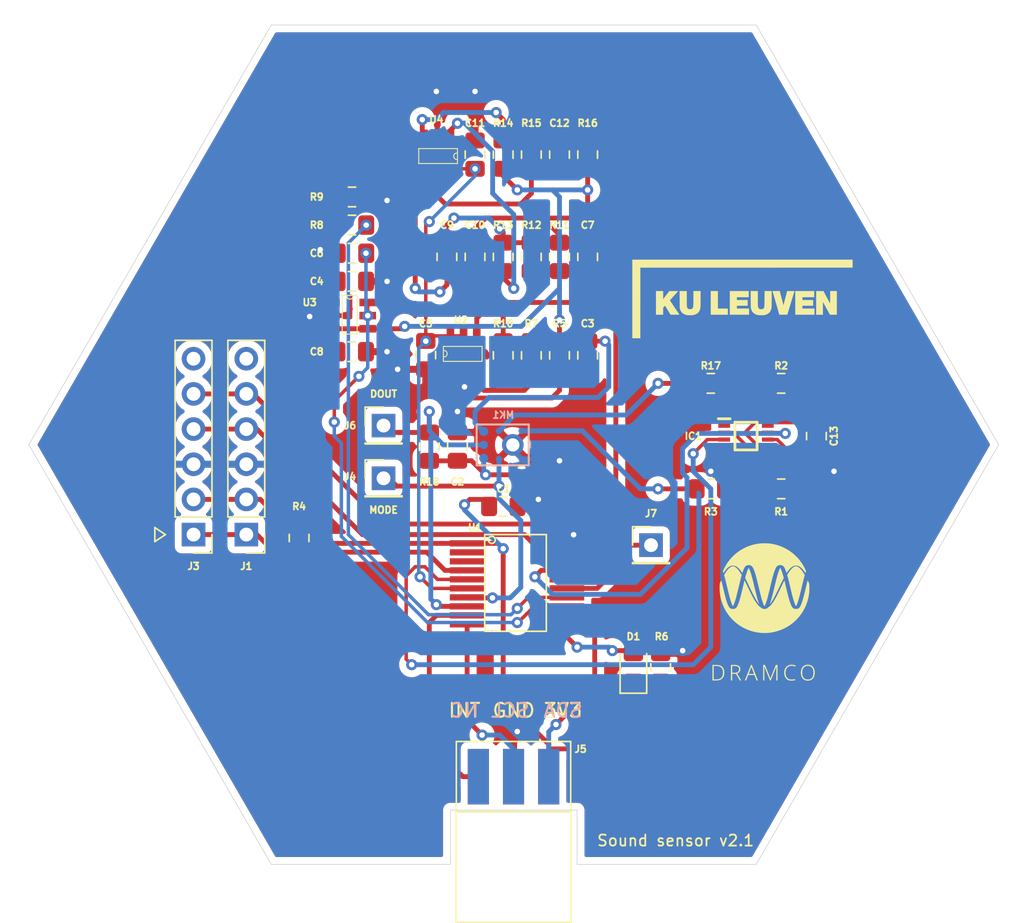
<source format=kicad_pcb>
(kicad_pcb (version 20171130) (host pcbnew "(5.1.6)-1")
  (layers (0 F.Cu signal) (31 B.Cu signal hide) (34 B.Paste user hide) (35 F.Paste user) (36 B.SilkS user hide) (37 F.SilkS user) (38 B.Mask user hide) (39 F.Mask user) (44 Edge.Cuts user))
  (net 0 "")
  (net 1 GND)
  (net 2 3V3)
  (net 3 VDDsensor)
  (net 4 "Net-(C3-Pad2)")
  (net 5 "Net-(C3-Pad1)")
  (net 6 Vanalog)
  (net 7 MCLR)
  (net 8 ICSPDAT)
  (net 9 ICSPCLK)
  (net 10 SDA)
  (net 11 SCL)
  (net 12 INT)
  (net 13 mode)
  (net 14 "Net-(D1-Pad1)")
  (net 15 LEDdebug)
  (net 16 "Net-(C7-Pad2)")
  (net 17 biasvoltage)
  (net 18 dout)
  (net 19 "Net-(R10-Pad2)")
  (net 20 "Net-(R14-Pad1)")
  (net 21 "Net-(C4-Pad1)")
  (net 22 VDDAMP)
  (net 23 VDDBIASAMP)
  (net 24 "Net-(C7-Pad1)")
  (net 25 "Net-(C9-Pad2)")
  (net 26 "Net-(C12-Pad2)")
  (net 27 "Net-(C10-Pad1)")
  (net 28 VDDBIAS)
  (net 29 "Net-(J1-Pad6)")
  (net 30 "Net-(J3-Pad6)")
  (net 31 "Net-(J5-Pad6)")
  (net 32 GA1)
  (net 33 GA2)
  (net 34 "Net-(IC1-Pad2)")
  (net 35 "Net-(IC1-Pad6)")
  (net 36 "Net-(IC1-Pad1)")
  (net 37 "Net-(IC1-Pad5)")
  (net 38 "Net-(U1-Pad2)")
  (net 39 "Net-(U1-Pad3)")
  (net 40 THRESHOLD2)
  (net 41 THRESHOLD1)
  (module SamacSys_Parts:logoDramco2 (layer F.Cu) (at 140.53312 90.02268)
    (fp_text reference G*** hide)
    (fp_text value LOGO hide)
  )
  (module SamacSys_Parts:logoKuleuven2 (layer F.Cu) (at 139.00912 67.41668)
    (fp_text reference G*** hide)
    (fp_text value LOGO hide)
  )
  (module Connector_PinHeader_2.54mm:PinHeader_1x01_P2.54mm_Vertical (layer F.Cu) (at 113.10112 76.56068)
    (fp_text reference J6 (at -2.413 0) (layer F.SilkS) (effects (font (size 0.5 0.5) (thickness 0.125))))
    (fp_text value Conn_01x01)
    (pad 1 thru_hole rect (at 0 0) (size 1.7 1.7) (drill 1) (layers *.Cu *.Mask) (net 18 dout))
  )
  (module Resistor_SMD:R_0805_2012Metric_Pad1.15x1.40mm_HandSolder (layer F.Cu) (at 116.40312 78.08468 90)
    (fp_text reference R18 (at -2.54 0 180) (layer F.SilkS) (effects (font (size 0.5 0.5) (thickness 0.125))))
    (fp_text value 500k)
    (pad 2 smd roundrect (at 1.025 0 90) (size 1.15 1.4) (layers F.Cu F.Paste F.Mask) (roundrect_rratio 0.217391) (net 18 dout))
    (pad 1 smd roundrect (at -1.025 0 90) (size 1.15 1.4) (layers F.Cu F.Paste F.Mask) (roundrect_rratio 0.217391) (net 3 VDDsensor))
  )
  (module SamacSys_Parts:SOP50P310X90-8N (layer F.Cu) (at 139.26312 77.32268)
    (fp_text reference IC1 (at -3.81 0) (layer F.SilkS) (effects (font (size 0.5 0.5) (thickness 0.125))))
    (fp_text value TS5A2066DCUR hide)
    (pad 8 smd rect (at 1.575 -0.75 90) (size 0.3 0.85) (layers F.Cu F.Paste F.Mask) (net 2 3V3))
    (pad 7 smd rect (at 1.575 -0.25 90) (size 0.3 0.85) (layers F.Cu F.Paste F.Mask) (net 41 THRESHOLD1))
    (pad 6 smd rect (at 1.575 0.25 90) (size 0.3 0.85) (layers F.Cu F.Paste F.Mask) (net 35 "Net-(IC1-Pad6)"))
    (pad 5 smd rect (at 1.575 0.75 90) (size 0.3 0.85) (layers F.Cu F.Paste F.Mask) (net 37 "Net-(IC1-Pad5)"))
    (pad 4 smd rect (at -1.575 0.75 90) (size 0.3 0.85) (layers F.Cu F.Paste F.Mask) (net 1 GND))
    (pad 3 smd rect (at -1.575 0.25 90) (size 0.3 0.85) (layers F.Cu F.Paste F.Mask) (net 40 THRESHOLD2))
    (pad 2 smd rect (at -1.575 -0.25 90) (size 0.3 0.85) (layers F.Cu F.Paste F.Mask) (net 34 "Net-(IC1-Pad2)"))
    (pad 1 smd rect (at -1.575 -0.75 90) (size 0.3 0.85) (layers F.Cu F.Paste F.Mask) (net 36 "Net-(IC1-Pad1)"))
  )
  (module Resistor_SMD:R_0805_2012Metric_Pad1.15x1.40mm_HandSolder (layer F.Cu) (at 136.72312 73.51268 180)
    (fp_text reference R17 (at 0 1.27) (layer F.SilkS) (effects (font (size 0.5 0.5) (thickness 0.125))))
    (fp_text value 9k)
    (pad 2 smd roundrect (at 1.025 0 180) (size 1.15 1.4) (layers F.Cu F.Paste F.Mask) (roundrect_rratio 0.217391) (net 33 GA2))
    (pad 1 smd roundrect (at -1.025 0 180) (size 1.15 1.4) (layers F.Cu F.Paste F.Mask) (roundrect_rratio 0.217391) (net 36 "Net-(IC1-Pad1)"))
  )
  (module Resistor_SMD:R_0805_2012Metric_Pad1.15x1.40mm_HandSolder (layer F.Cu) (at 136.72312 81.13268 180)
    (fp_text reference R3 (at 0 -1.65) (layer F.SilkS) (effects (font (size 0.5 0.5) (thickness 0.125))))
    (fp_text value 9k)
    (pad 2 smd roundrect (at 1.025 0 180) (size 1.15 1.4) (layers F.Cu F.Paste F.Mask) (roundrect_rratio 0.217391) (net 32 GA1))
    (pad 1 smd roundrect (at -1.025 0 180) (size 1.15 1.4) (layers F.Cu F.Paste F.Mask) (roundrect_rratio 0.217391) (net 34 "Net-(IC1-Pad2)"))
  )
  (module Resistor_SMD:R_0805_2012Metric_Pad1.15x1.40mm_HandSolder (layer F.Cu) (at 141.80312 73.51268 180)
    (fp_text reference R2 (at 0 1.27) (layer F.SilkS) (effects (font (size 0.5 0.5) (thickness 0.125))))
    (fp_text value 36k)
    (pad 2 smd roundrect (at 1.025 0 180) (size 1.15 1.4) (layers F.Cu F.Paste F.Mask) (roundrect_rratio 0.217391) (net 36 "Net-(IC1-Pad1)"))
    (pad 1 smd roundrect (at -1.025 0 180) (size 1.15 1.4) (layers F.Cu F.Paste F.Mask) (roundrect_rratio 0.217391) (net 37 "Net-(IC1-Pad5)"))
  )
  (module Resistor_SMD:R_0805_2012Metric_Pad1.15x1.40mm_HandSolder (layer F.Cu) (at 141.80312 81.13268 180)
    (fp_text reference R1 (at 0 -1.65) (layer F.SilkS) (effects (font (size 0.5 0.5) (thickness 0.125))))
    (fp_text value 36k)
    (pad 2 smd roundrect (at 1.025 0 180) (size 1.15 1.4) (layers F.Cu F.Paste F.Mask) (roundrect_rratio 0.217391) (net 34 "Net-(IC1-Pad2)"))
    (pad 1 smd roundrect (at -1.025 0 180) (size 1.15 1.4) (layers F.Cu F.Paste F.Mask) (roundrect_rratio 0.217391) (net 35 "Net-(IC1-Pad6)"))
  )
  (module Capacitor_SMD:C_0805_2012Metric_Pad1.15x1.40mm_HandSolder (layer F.Cu) (at 144.34312 77.32268 270)
    (fp_text reference C13 (at 0 -1.27 90) (layer F.SilkS) (effects (font (size 0.5 0.5) (thickness 0.125))))
    (fp_text value "100 nF")
    (pad 2 smd roundrect (at 1.025 0 270) (size 1.15 1.4) (layers F.Cu F.Paste F.Mask) (roundrect_rratio 0.217391) (net 1 GND))
    (pad 1 smd roundrect (at -1.025 0 270) (size 1.15 1.4) (layers F.Cu F.Paste F.Mask) (roundrect_rratio 0.217391) (net 2 3V3))
  )
  (module ConnectorHorizontalPcb:ConnectorHorizontalPcb (layer F.Cu) (at 125.02134 101.91852 270)
    (fp_text reference J5 (at -1.98984 -2.30378 180) (layer F.SilkS) (effects (font (size 0.5 0.5) (thickness 0.125))))
    (fp_text value Conn_02x03_Top_Bottom)
    (pad 6 smd rect (at 0 5.08 270) (size 4 1.524) (layers B.Cu B.Paste B.Mask) (net 31 "Net-(J5-Pad6)"))
    (pad 5 smd rect (at 0 2.54 270) (size 4 1.524) (layers B.Cu B.Paste B.Mask) (net 11 SCL))
    (pad 4 smd rect (at 0 0 270) (size 4 1.524) (layers B.Cu B.Paste B.Mask) (net 10 SDA))
    (pad 3 smd rect (at 0 5.08 270) (size 4 1.524) (layers F.Cu F.Paste F.Mask) (net 12 INT))
    (pad 2 smd rect (at 0 2.54 270) (size 4 1.524) (layers F.Cu F.Paste F.Mask) (net 1 GND))
    (pad 1 smd rect (at 0 0 270) (size 4 1.524) (layers F.Cu F.Paste F.Mask) (net 2 3V3))
  )
  (module Capacitor_SMD:C_0805_2012Metric_Pad1.15x1.40mm_HandSolder (layer F.Cu) (at 121.74612 82.40268)
    (fp_text reference C1 (at 0.009 -1.27) (layer F.SilkS) (effects (font (size 0.5 0.5) (thickness 0.125))))
    (fp_text value "100 nF")
    (pad 2 smd roundrect (at 1.025 0) (size 1.15 1.4) (layers F.Cu F.Paste F.Mask) (roundrect_rratio 0.217391) (net 1 GND))
    (pad 1 smd roundrect (at -1.025 0) (size 1.15 1.4) (layers F.Cu F.Paste F.Mask) (roundrect_rratio 0.217391) (net 2 3V3))
  )
  (module Capacitor_SMD:C_0805_2012Metric_Pad1.15x1.40mm_HandSolder (layer F.Cu) (at 118.43512 78.07568 90)
    (fp_text reference C2 (at -2.549 0 180) (layer F.SilkS) (effects (font (size 0.5 0.5) (thickness 0.125))))
    (fp_text value "100 nF")
    (pad 1 smd roundrect (at -1.025 0 90) (size 1.15 1.4) (layers F.Cu F.Paste F.Mask) (roundrect_rratio 0.217391) (net 3 VDDsensor))
    (pad 2 smd roundrect (at 1.025 0 90) (size 1.15 1.4) (layers F.Cu F.Paste F.Mask) (roundrect_rratio 0.217391) (net 1 GND))
  )
  (module Capacitor_SMD:C_0805_2012Metric_Pad1.15x1.40mm_HandSolder (layer F.Cu) (at 127.83312 71.48968 90)
    (fp_text reference C3 (at 2.295 0 180) (layer F.SilkS) (effects (font (size 0.5 0.5) (thickness 0.125))))
    (fp_text value 47n)
    (pad 2 smd roundrect (at 1.025 0 90) (size 1.15 1.4) (layers F.Cu F.Paste F.Mask) (roundrect_rratio 0.217391) (net 4 "Net-(C3-Pad2)"))
    (pad 1 smd roundrect (at -1.025 0 90) (size 1.15 1.4) (layers F.Cu F.Paste F.Mask) (roundrect_rratio 0.217391) (net 5 "Net-(C3-Pad1)"))
  )
  (module Capacitor_SMD:C_0805_2012Metric_Pad1.15x1.40mm_HandSolder (layer F.Cu) (at 116.14912 71.47168 270)
    (fp_text reference C5 (at -2.277 0 180) (layer F.SilkS) (effects (font (size 0.5 0.5) (thickness 0.125))))
    (fp_text value "100 nF")
    (pad 2 smd roundrect (at 1.025 0 270) (size 1.15 1.4) (layers F.Cu F.Paste F.Mask) (roundrect_rratio 0.217391) (net 1 GND))
    (pad 1 smd roundrect (at -1.025 0 270) (size 1.15 1.4) (layers F.Cu F.Paste F.Mask) (roundrect_rratio 0.217391) (net 22 VDDAMP))
  )
  (module Capacitor_SMD:C_0805_2012Metric_Pad1.15x1.40mm_HandSolder (layer F.Cu) (at 127.83312 64.37768 90)
    (fp_text reference C7 (at 2.295 0 180) (layer F.SilkS) (effects (font (size 0.5 0.5) (thickness 0.125))))
    (fp_text value 47n)
    (pad 1 smd roundrect (at -1.025 0 90) (size 1.15 1.4) (layers F.Cu F.Paste F.Mask) (roundrect_rratio 0.217391) (net 24 "Net-(C7-Pad1)"))
    (pad 2 smd roundrect (at 1.025 0 90) (size 1.15 1.4) (layers F.Cu F.Paste F.Mask) (roundrect_rratio 0.217391) (net 16 "Net-(C7-Pad2)"))
  )
  (module Capacitor_SMD:C_0805_2012Metric_Pad1.15x1.40mm_HandSolder (layer F.Cu) (at 110.82412 64.11468)
    (fp_text reference C6 (at -2.549 0) (layer F.SilkS) (effects (font (size 0.5 0.5) (thickness 0.125))))
    (fp_text value "100 nF")
    (pad 2 smd roundrect (at 1.025 0) (size 1.15 1.4) (layers F.Cu F.Paste F.Mask) (roundrect_rratio 0.217391) (net 23 VDDBIASAMP))
    (pad 1 smd roundrect (at -1.025 0) (size 1.15 1.4) (layers F.Cu F.Paste F.Mask) (roundrect_rratio 0.217391) (net 1 GND))
  )
  (module Capacitor_SMD:C_0805_2012Metric_Pad1.15x1.40mm_HandSolder (layer F.Cu) (at 117.67312 64.37768 90)
    (fp_text reference C9 (at 2.295 0 180) (layer F.SilkS) (effects (font (size 0.5 0.5) (thickness 0.125))))
    (fp_text value "2.2 nF")
    (pad 2 smd roundrect (at 1.025 0 90) (size 1.15 1.4) (layers F.Cu F.Paste F.Mask) (roundrect_rratio 0.217391) (net 25 "Net-(C9-Pad2)"))
    (pad 1 smd roundrect (at -1.025 0 90) (size 1.15 1.4) (layers F.Cu F.Paste F.Mask) (roundrect_rratio 0.217391) (net 26 "Net-(C12-Pad2)"))
  )
  (module Capacitor_SMD:C_0805_2012Metric_Pad1.15x1.40mm_HandSolder (layer F.Cu) (at 119.70512 64.37768 90)
    (fp_text reference C10 (at 2.295 0 180) (layer F.SilkS) (effects (font (size 0.5 0.5) (thickness 0.125))))
    (fp_text value "2.2 nF")
    (pad 1 smd roundrect (at -1.025 0 90) (size 1.15 1.4) (layers F.Cu F.Paste F.Mask) (roundrect_rratio 0.217391) (net 27 "Net-(C10-Pad1)"))
    (pad 2 smd roundrect (at 1.025 0 90) (size 1.15 1.4) (layers F.Cu F.Paste F.Mask) (roundrect_rratio 0.217391) (net 17 biasvoltage))
  )
  (module Capacitor_SMD:C_0805_2012Metric_Pad1.15x1.40mm_HandSolder (layer F.Cu) (at 119.70512 56.99368 90)
    (fp_text reference C11 (at 2.277 0 180) (layer F.SilkS) (effects (font (size 0.5 0.5) (thickness 0.125))))
    (fp_text value "100 nF")
    (pad 1 smd roundrect (at -1.025 0 90) (size 1.15 1.4) (layers F.Cu F.Paste F.Mask) (roundrect_rratio 0.217391) (net 22 VDDAMP))
    (pad 2 smd roundrect (at 1.025 0 90) (size 1.15 1.4) (layers F.Cu F.Paste F.Mask) (roundrect_rratio 0.217391) (net 1 GND))
  )
  (module Capacitor_SMD:C_0805_2012Metric_Pad1.15x1.40mm_HandSolder (layer F.Cu) (at 125.80112 56.99368 270)
    (fp_text reference C12 (at -2.277 0 180) (layer F.SilkS) (effects (font (size 0.5 0.5) (thickness 0.125))))
    (fp_text value 47n)
    (pad 1 smd roundrect (at -1.025 0 270) (size 1.15 1.4) (layers F.Cu F.Paste F.Mask) (roundrect_rratio 0.217391) (net 6 Vanalog))
    (pad 2 smd roundrect (at 1.025 0 270) (size 1.15 1.4) (layers F.Cu F.Paste F.Mask) (roundrect_rratio 0.217391) (net 26 "Net-(C12-Pad2)"))
  )
  (module LED_SMD:LED_0805_2012Metric_Pad1.15x1.40mm_HandSolder (layer F.Cu) (at 131.13512 94.03218 90)
    (fp_text reference D1 (at 2.2315 0 180) (layer F.SilkS) (effects (font (size 0.5 0.5) (thickness 0.125))))
    (fp_text value LED)
    (pad 1 smd roundrect (at -1.025 0 90) (size 1.15 1.4) (layers F.Cu F.Paste F.Mask) (roundrect_rratio 0.217391) (net 14 "Net-(D1-Pad1)"))
    (pad 2 smd roundrect (at 1.025 0 90) (size 1.15 1.4) (layers F.Cu F.Paste F.Mask) (roundrect_rratio 0.217391) (net 15 LEDdebug))
  )
  (module Connector_PinHeader_2.54mm:PinHeader_1x06_P2.54mm_Vertical (layer F.Cu) (at 103.19512 84.43468 180)
    (fp_text reference J1 (at 0 -2.286) (layer F.SilkS) (effects (font (size 0.5 0.5) (thickness 0.125))))
    (fp_text value ProgramPic)
    (pad 1 thru_hole rect (at 0 0 180) (size 1.7 1.7) (drill 1) (layers *.Cu *.Mask) (net 7 MCLR))
    (pad 2 thru_hole oval (at 0 2.54 180) (size 1.7 1.7) (drill 1) (layers *.Cu *.Mask) (net 2 3V3))
    (pad 3 thru_hole oval (at 0 5.08 180) (size 1.7 1.7) (drill 1) (layers *.Cu *.Mask) (net 1 GND))
    (pad 4 thru_hole oval (at 0 7.62 180) (size 1.7 1.7) (drill 1) (layers *.Cu *.Mask) (net 8 ICSPDAT))
    (pad 5 thru_hole oval (at 0 10.16 180) (size 1.7 1.7) (drill 1) (layers *.Cu *.Mask) (net 9 ICSPCLK))
    (pad 6 thru_hole oval (at 0 12.7 180) (size 1.7 1.7) (drill 1) (layers *.Cu *.Mask) (net 29 "Net-(J1-Pad6)"))
  )
  (module Connector_PinHeader_2.54mm:PinHeader_1x06_P2.54mm_Vertical (layer F.Cu) (at 99.38512 84.43468 180)
    (fp_text reference J3 (at 0 -2.286) (layer F.SilkS) (effects (font (size 0.5 0.5) (thickness 0.125))))
    (fp_text value ProgramPic)
    (pad 6 thru_hole oval (at 0 12.7 180) (size 1.7 1.7) (drill 1) (layers *.Cu *.Mask) (net 30 "Net-(J3-Pad6)"))
    (pad 5 thru_hole oval (at 0 10.16 180) (size 1.7 1.7) (drill 1) (layers *.Cu *.Mask) (net 9 ICSPCLK))
    (pad 4 thru_hole oval (at 0 7.62 180) (size 1.7 1.7) (drill 1) (layers *.Cu *.Mask) (net 8 ICSPDAT))
    (pad 3 thru_hole oval (at 0 5.08 180) (size 1.7 1.7) (drill 1) (layers *.Cu *.Mask) (net 1 GND))
    (pad 2 thru_hole oval (at 0 2.54 180) (size 1.7 1.7) (drill 1) (layers *.Cu *.Mask) (net 2 3V3))
    (pad 1 thru_hole rect (at 0 0 180) (size 1.7 1.7) (drill 1) (layers *.Cu *.Mask) (net 7 MCLR))
  )
  (module Connector_PinHeader_2.54mm:PinHeader_1x01_P2.54mm_Vertical (layer F.Cu) (at 132.40512 85.19668)
    (fp_text reference J7 (at 0 -2.286) (layer F.SilkS) (effects (font (size 0.5 0.5) (thickness 0.125))))
    (fp_text value VanalogTestPin)
    (pad 1 thru_hole rect (at 0 0) (size 1.7 1.7) (drill 1) (layers *.Cu *.Mask) (net 6 Vanalog))
  )
  (module vesper_vm1010:VESPER_VM1010 (layer B.Cu) (at 123.07062 78.97368 180)
    (fp_text reference MK1 (at 1.3335 3.175 180) (layer B.SilkS) (effects (font (size 0.5 0.5) (thickness 0.125)) (justify mirror)))
    (fp_text value VesperVM1010)
    (pad 4 smd circle (at 0 0 180) (size 0.46 0.46) (layers B.Cu B.Paste B.Mask) (net 1 GND))
    (pad 3 smd circle (at 0 2.03 180) (size 0.46 0.46) (layers B.Cu B.Paste B.Mask) (net 32 GA1))
    (pad 2 smd circle (at 1.64 2.03 180) (size 0.46 0.46) (layers B.Cu B.Paste B.Mask) (net 33 GA2))
    (pad 5 smd circle (at 1.64 0 180) (size 0.46 0.46) (layers B.Cu B.Paste B.Mask) (net 13 mode))
    (pad 8 thru_hole circle (at 0.64 1.015 180) (size 1.56 1.56) (drill 0.96) (layers *.Cu *.Mask) (net 1 GND))
    (pad 7 smd circle (at 2.74 1.015 180) (size 0.6 0.6) (layers B.Cu B.Paste B.Mask) (net 18 dout))
    (pad 1 smd circle (at 2.74 1.98 180) (size 0.65 0.65) (layers B.Cu B.Paste B.Mask) (net 4 "Net-(C3-Pad2)"))
    (pad 6 smd circle (at 2.74 0.05 180) (size 0.65 0.65) (layers B.Cu B.Paste B.Mask) (net 3 VDDsensor))
  )
  (module Resistor_SMD:R_0805_2012Metric_Pad1.15x1.40mm_HandSolder (layer F.Cu) (at 107.00512 84.67968 270)
    (fp_text reference R4 (at -2.277 0 180) (layer F.SilkS) (effects (font (size 0.5 0.5) (thickness 0.125))))
    (fp_text value 10k)
    (pad 2 smd roundrect (at 1.025 0 270) (size 1.15 1.4) (layers F.Cu F.Paste F.Mask) (roundrect_rratio 0.217391) (net 7 MCLR))
    (pad 1 smd roundrect (at -1.025 0 270) (size 1.15 1.4) (layers F.Cu F.Paste F.Mask) (roundrect_rratio 0.217391) (net 2 3V3))
  )
  (module Resistor_SMD:R_0805_2012Metric_Pad1.15x1.40mm_HandSolder (layer F.Cu) (at 133.10362 94.03218 90)
    (fp_text reference R6 (at 2.2315 0.0635 180) (layer F.SilkS) (effects (font (size 0.5 0.5) (thickness 0.125))))
    (fp_text value 470)
    (pad 2 smd roundrect (at 1.025 0 90) (size 1.15 1.4) (layers F.Cu F.Paste F.Mask) (roundrect_rratio 0.217391) (net 1 GND))
    (pad 1 smd roundrect (at -1.025 0 90) (size 1.15 1.4) (layers F.Cu F.Paste F.Mask) (roundrect_rratio 0.217391) (net 14 "Net-(D1-Pad1)"))
  )
  (module Resistor_SMD:R_0805_2012Metric_Pad1.15x1.40mm_HandSolder (layer F.Cu) (at 125.80112 71.48968 90)
    (fp_text reference R5 (at 2.295 0 180) (layer F.SilkS) (effects (font (size 0.5 0.5) (thickness 0.125))))
    (fp_text value 120k)
    (pad 1 smd roundrect (at -1.025 0 90) (size 1.15 1.4) (layers F.Cu F.Paste F.Mask) (roundrect_rratio 0.217391) (net 5 "Net-(C3-Pad1)"))
    (pad 2 smd roundrect (at 1.025 0 90) (size 1.15 1.4) (layers F.Cu F.Paste F.Mask) (roundrect_rratio 0.217391) (net 17 biasvoltage))
  )
  (module Resistor_SMD:R_0805_2012Metric_Pad1.15x1.40mm_HandSolder (layer F.Cu) (at 123.76912 71.48968 270)
    (fp_text reference R7 (at -2.295 0 180) (layer F.SilkS) (effects (font (size 0.5 0.5) (thickness 0.125))))
    (fp_text value 18k)
    (pad 2 smd roundrect (at 1.025 0 270) (size 1.15 1.4) (layers F.Cu F.Paste F.Mask) (roundrect_rratio 0.217391) (net 19 "Net-(R10-Pad2)"))
    (pad 1 smd roundrect (at -1.025 0 270) (size 1.15 1.4) (layers F.Cu F.Paste F.Mask) (roundrect_rratio 0.217391) (net 17 biasvoltage))
  )
  (module Resistor_SMD:R_0805_2012Metric_Pad1.15x1.40mm_HandSolder (layer F.Cu) (at 110.82412 62.08268 180)
    (fp_text reference R8 (at 2.549 0) (layer F.SilkS) (effects (font (size 0.5 0.5) (thickness 0.125))))
    (fp_text value 100k)
    (pad 1 smd roundrect (at -1.025 0 180) (size 1.15 1.4) (layers F.Cu F.Paste F.Mask) (roundrect_rratio 0.217391) (net 28 VDDBIAS))
    (pad 2 smd roundrect (at 1.025 0 180) (size 1.15 1.4) (layers F.Cu F.Paste F.Mask) (roundrect_rratio 0.217391) (net 21 "Net-(C4-Pad1)"))
  )
  (module Resistor_SMD:R_0805_2012Metric_Pad1.15x1.40mm_HandSolder (layer F.Cu) (at 110.82412 60.05068)
    (fp_text reference R9 (at -2.549 0) (layer F.SilkS) (effects (font (size 0.5 0.5) (thickness 0.125))))
    (fp_text value 100k)
    (pad 1 smd roundrect (at -1.025 0) (size 1.15 1.4) (layers F.Cu F.Paste F.Mask) (roundrect_rratio 0.217391) (net 21 "Net-(C4-Pad1)"))
    (pad 2 smd roundrect (at 1.025 0) (size 1.15 1.4) (layers F.Cu F.Paste F.Mask) (roundrect_rratio 0.217391) (net 1 GND))
  )
  (module Resistor_SMD:R_0805_2012Metric_Pad1.15x1.40mm_HandSolder (layer F.Cu) (at 121.73712 71.48968 270)
    (fp_text reference R10 (at -2.295 0 180) (layer F.SilkS) (effects (font (size 0.5 0.5) (thickness 0.125))))
    (fp_text value 560k)
    (pad 2 smd roundrect (at 1.025 0 270) (size 1.15 1.4) (layers F.Cu F.Paste F.Mask) (roundrect_rratio 0.217391) (net 19 "Net-(R10-Pad2)"))
    (pad 1 smd roundrect (at -1.025 0 270) (size 1.15 1.4) (layers F.Cu F.Paste F.Mask) (roundrect_rratio 0.217391) (net 16 "Net-(C7-Pad2)"))
  )
  (module Resistor_SMD:R_0805_2012Metric_Pad1.15x1.40mm_HandSolder (layer F.Cu) (at 125.80112 64.37768 90)
    (fp_text reference R11 (at 2.295 0 180) (layer F.SilkS) (effects (font (size 0.5 0.5) (thickness 0.125))))
    (fp_text value 120k)
    (pad 2 smd roundrect (at 1.025 0 90) (size 1.15 1.4) (layers F.Cu F.Paste F.Mask) (roundrect_rratio 0.217391) (net 17 biasvoltage))
    (pad 1 smd roundrect (at -1.025 0 90) (size 1.15 1.4) (layers F.Cu F.Paste F.Mask) (roundrect_rratio 0.217391) (net 24 "Net-(C7-Pad1)"))
  )
  (module Resistor_SMD:R_0805_2012Metric_Pad1.15x1.40mm_HandSolder (layer F.Cu) (at 123.76912 64.37768 270)
    (fp_text reference R12 (at -2.295 0 180) (layer F.SilkS) (effects (font (size 0.5 0.5) (thickness 0.125))))
    (fp_text value 10k)
    (pad 1 smd roundrect (at -1.025 0 270) (size 1.15 1.4) (layers F.Cu F.Paste F.Mask) (roundrect_rratio 0.217391) (net 25 "Net-(C9-Pad2)"))
    (pad 2 smd roundrect (at 1.025 0 270) (size 1.15 1.4) (layers F.Cu F.Paste F.Mask) (roundrect_rratio 0.217391) (net 24 "Net-(C7-Pad1)"))
  )
  (module Resistor_SMD:R_0805_2012Metric_Pad1.15x1.40mm_HandSolder (layer F.Cu) (at 121.73712 64.37768 90)
    (fp_text reference R13 (at 2.295 0 180) (layer F.SilkS) (effects (font (size 0.5 0.5) (thickness 0.125))))
    (fp_text value 10k)
    (pad 2 smd roundrect (at 1.025 0 90) (size 1.15 1.4) (layers F.Cu F.Paste F.Mask) (roundrect_rratio 0.217391) (net 25 "Net-(C9-Pad2)"))
    (pad 1 smd roundrect (at -1.025 0 90) (size 1.15 1.4) (layers F.Cu F.Paste F.Mask) (roundrect_rratio 0.217391) (net 27 "Net-(C10-Pad1)"))
  )
  (module Resistor_SMD:R_0805_2012Metric_Pad1.15x1.40mm_HandSolder (layer F.Cu) (at 121.73712 56.99368 270)
    (fp_text reference R14 (at -2.277 0 180) (layer F.SilkS) (effects (font (size 0.5 0.5) (thickness 0.125))))
    (fp_text value 2.7k)
    (pad 1 smd roundrect (at -1.025 0 270) (size 1.15 1.4) (layers F.Cu F.Paste F.Mask) (roundrect_rratio 0.217391) (net 20 "Net-(R14-Pad1)"))
    (pad 2 smd roundrect (at 1.025 0 270) (size 1.15 1.4) (layers F.Cu F.Paste F.Mask) (roundrect_rratio 0.217391) (net 17 biasvoltage))
  )
  (module Resistor_SMD:R_0805_2012Metric_Pad1.15x1.40mm_HandSolder (layer F.Cu) (at 123.76912 56.99368 90)
    (fp_text reference R15 (at 2.277 0 180) (layer F.SilkS) (effects (font (size 0.5 0.5) (thickness 0.125))))
    (fp_text value 1k)
    (pad 1 smd roundrect (at -1.025 0 90) (size 1.15 1.4) (layers F.Cu F.Paste F.Mask) (roundrect_rratio 0.217391) (net 26 "Net-(C12-Pad2)"))
    (pad 2 smd roundrect (at 1.025 0 90) (size 1.15 1.4) (layers F.Cu F.Paste F.Mask) (roundrect_rratio 0.217391) (net 20 "Net-(R14-Pad1)"))
  )
  (module Resistor_SMD:R_0805_2012Metric_Pad1.15x1.40mm_HandSolder (layer F.Cu) (at 127.83312 56.99368 270)
    (fp_text reference R16 (at -2.277 0 180) (layer F.SilkS) (effects (font (size 0.5 0.5) (thickness 0.125))))
    (fp_text value 120k)
    (pad 2 smd roundrect (at 1.025 0 270) (size 1.15 1.4) (layers F.Cu F.Paste F.Mask) (roundrect_rratio 0.217391) (net 17 biasvoltage))
    (pad 1 smd roundrect (at -1.025 0 270) (size 1.15 1.4) (layers F.Cu F.Paste F.Mask) (roundrect_rratio 0.217391) (net 6 Vanalog))
  )
  (module PIC16F18446SSOPPIN:PIC16F18446SSOP20PIN (layer F.Cu) (at 119.13362 85.06968)
    (fp_text reference U1 (at 0.5715 -1.143) (layer F.SilkS) (effects (font (size 0.5 0.5) (thickness 0.125))))
    (fp_text value PIC16F18446)
    (pad 1 smd rect (at 0 0) (size 2.5 0.45) (layers F.Cu F.Paste F.Mask) (net 2 3V3))
    (pad 2 smd rect (at 0 0.65) (size 2.5 0.45) (layers F.Cu F.Paste F.Mask) (net 38 "Net-(U1-Pad2)"))
    (pad 3 smd rect (at 0 1.3) (size 2.5 0.45) (layers F.Cu F.Paste F.Mask) (net 39 "Net-(U1-Pad3)"))
    (pad 4 smd rect (at 0 1.95) (size 2.5 0.45) (layers F.Cu F.Paste F.Mask) (net 7 MCLR))
    (pad 5 smd rect (at 0 2.6) (size 2.5 0.45) (layers F.Cu F.Paste F.Mask) (net 40 THRESHOLD2))
    (pad 6 smd rect (at 0 3.25) (size 2.5 0.45) (layers F.Cu F.Paste F.Mask) (net 22 VDDAMP))
    (pad 7 smd rect (at 0 3.9) (size 2.5 0.45) (layers F.Cu F.Paste F.Mask) (net 13 mode))
    (pad 8 smd rect (at 0 4.55) (size 2.5 0.45) (layers F.Cu F.Paste F.Mask) (net 18 dout))
    (pad 9 smd rect (at 0 5.2) (size 2.5 0.45) (layers F.Cu F.Paste F.Mask) (net 12 INT))
    (pad 10 smd rect (at 0 5.85) (size 2.5 0.45) (layers F.Cu F.Paste F.Mask) (net 11 SCL))
    (pad 11 smd rect (at 7.2 5.85) (size 2.5 0.45) (layers F.Cu F.Paste F.Mask) (net 15 LEDdebug))
    (pad 12 smd rect (at 7.2 5.2) (size 2.5 0.45) (layers F.Cu F.Paste F.Mask) (net 10 SDA))
    (pad 13 smd rect (at 7.2 4.55) (size 2.5 0.45) (layers F.Cu F.Paste F.Mask) (net 23 VDDBIASAMP))
    (pad 14 smd rect (at 7.2 3.9) (size 2.5 0.45) (layers F.Cu F.Paste F.Mask) (net 28 VDDBIAS))
    (pad 15 smd rect (at 7.2 3.25) (size 2.5 0.45) (layers F.Cu F.Paste F.Mask) (net 6 Vanalog))
    (pad 16 smd rect (at 7.2 2.6) (size 2.5 0.45) (layers F.Cu F.Paste F.Mask) (net 3 VDDsensor))
    (pad 17 smd rect (at 7.2 1.95) (size 2.5 0.45) (layers F.Cu F.Paste F.Mask) (net 41 THRESHOLD1))
    (pad 18 smd rect (at 7.2 1.3) (size 2.5 0.45) (layers F.Cu F.Paste F.Mask) (net 9 ICSPCLK))
    (pad 19 smd rect (at 7.2 0.65) (size 2.5 0.45) (layers F.Cu F.Paste F.Mask) (net 8 ICSPDAT))
    (pad 20 smd rect (at 7.2 0) (size 2.5 0.45) (layers F.Cu F.Paste F.Mask) (net 1 GND))
  )
  (module "tlv341-sot-23-6:TLV341 SOT-23-6" (layer F.Cu) (at 117.92712 72.49668)
    (fp_text reference U2 (at 0.762 -3.556 180) (layer F.SilkS) (effects (font (size 0.5 0.5) (thickness 0.125))))
    (fp_text value TLV341A)
    (pad 6 smd rect (at 0 -2.413) (size 0.55 1.2) (layers F.Cu F.Paste F.Mask) (net 22 VDDAMP))
    (pad 5 smd rect (at 0.95 -2.413) (size 0.55 1.2) (layers F.Cu F.Paste F.Mask) (net 22 VDDAMP))
    (pad 4 smd rect (at 1.9 -2.413) (size 0.55 1.2) (layers F.Cu F.Paste F.Mask) (net 16 "Net-(C7-Pad2)"))
    (pad 3 smd rect (at 1.9 0.2032) (size 0.55 1.2) (layers F.Cu F.Paste F.Mask) (net 19 "Net-(R10-Pad2)"))
    (pad 2 smd rect (at 0.95 0.2032) (size 0.55 1.2) (layers F.Cu F.Paste F.Mask) (net 1 GND))
    (pad 1 smd rect (at 0 0.2032) (size 0.55 1.2) (layers F.Cu F.Paste F.Mask) (net 5 "Net-(C3-Pad1)"))
  )
  (module "tlv341-sot-23-6:TLV341 SOT-23-6" (layer F.Cu) (at 109.54512 67.67068 270)
    (fp_text reference U3 (at 0 1.778) (layer F.SilkS) (effects (font (size 0.5 0.5) (thickness 0.125))))
    (fp_text value TLV341A)
    (pad 1 smd rect (at 0 0.2032 270) (size 0.55 1.2) (layers F.Cu F.Paste F.Mask) (net 21 "Net-(C4-Pad1)"))
    (pad 2 smd rect (at 0.95 0.2032 270) (size 0.55 1.2) (layers F.Cu F.Paste F.Mask) (net 1 GND))
    (pad 3 smd rect (at 1.9 0.2032 270) (size 0.55 1.2) (layers F.Cu F.Paste F.Mask) (net 17 biasvoltage))
    (pad 4 smd rect (at 1.9 -2.413 270) (size 0.55 1.2) (layers F.Cu F.Paste F.Mask) (net 17 biasvoltage))
    (pad 5 smd rect (at 0.95 -2.413 270) (size 0.55 1.2) (layers F.Cu F.Paste F.Mask) (net 23 VDDBIASAMP))
    (pad 6 smd rect (at 0 -2.413 270) (size 0.55 1.2) (layers F.Cu F.Paste F.Mask) (net 23 VDDBIASAMP))
  )
  (module "tlv341-sot-23-6:TLV341 SOT-23-6" (layer F.Cu) (at 117.92712 55.98668 180)
    (fp_text reference U4 (at 1.016 1.524 180) (layer F.SilkS) (effects (font (size 0.5 0.5) (thickness 0.125))))
    (fp_text value TLV341A)
    (pad 1 smd rect (at 0 0.2032 180) (size 0.55 1.2) (layers F.Cu F.Paste F.Mask) (net 27 "Net-(C10-Pad1)"))
    (pad 2 smd rect (at 0.95 0.2032 180) (size 0.55 1.2) (layers F.Cu F.Paste F.Mask) (net 1 GND))
    (pad 3 smd rect (at 1.9 0.2032 180) (size 0.55 1.2) (layers F.Cu F.Paste F.Mask) (net 20 "Net-(R14-Pad1)"))
    (pad 4 smd rect (at 1.9 -2.413 180) (size 0.55 1.2) (layers F.Cu F.Paste F.Mask) (net 26 "Net-(C12-Pad2)"))
    (pad 5 smd rect (at 0.95 -2.413 180) (size 0.55 1.2) (layers F.Cu F.Paste F.Mask) (net 22 VDDAMP))
    (pad 6 smd rect (at 0 -2.413 180) (size 0.55 1.2) (layers F.Cu F.Paste F.Mask) (net 22 VDDAMP))
  )
  (module Capacitor_SMD:C_0805_2012Metric_Pad1.15x1.40mm_HandSolder (layer F.Cu) (at 110.81512 66.14668)
    (fp_text reference C4 (at -2.54 0) (layer F.SilkS) (effects (font (size 0.5 0.5) (thickness 0.125))))
    (fp_text value "10 uF")
    (pad 1 smd roundrect (at -1.025 0) (size 1.15 1.4) (layers F.Cu F.Paste F.Mask) (roundrect_rratio 0.217391) (net 21 "Net-(C4-Pad1)"))
    (pad 2 smd roundrect (at 1.025 0) (size 1.15 1.4) (layers F.Cu F.Paste F.Mask) (roundrect_rratio 0.217391) (net 1 GND))
  )
  (module Capacitor_SMD:C_0805_2012Metric_Pad1.15x1.40mm_HandSolder (layer F.Cu) (at 110.80612 71.22668)
    (fp_text reference C8 (at -2.531 0) (layer F.SilkS) (effects (font (size 0.5 0.5) (thickness 0.125))))
    (fp_text value "10 uF")
    (pad 2 smd roundrect (at 1.025 0) (size 1.15 1.4) (layers F.Cu F.Paste F.Mask) (roundrect_rratio 0.217391) (net 1 GND))
    (pad 1 smd roundrect (at -1.025 0) (size 1.15 1.4) (layers F.Cu F.Paste F.Mask) (roundrect_rratio 0.217391) (net 17 biasvoltage))
  )
  (module Connector_PinHeader_2.54mm:PinHeader_1x01_P2.54mm_Vertical (layer F.Cu) (at 113.10112 80.37068)
    (fp_text reference J4 (at -2.413 -0.127) (layer F.SilkS) (effects (font (size 0.5 0.5) (thickness 0.125))))
    (fp_text value Conn_01x01)
    (pad 1 thru_hole rect (at 0 0) (size 1.7 1.7) (drill 1) (layers *.Cu *.Mask) (net 13 mode))
  )
  (gr_text MODE (at 113.10112 82.65668) (layer F.SilkS) (effects (font (size 0.5 0.5) (thickness 0.125))))
  (gr_text DOUT (at 113.10112 74.27468) (layer F.SilkS) (effects (font (size 0.5 0.5) (thickness 0.125))))
  (gr_text "Sound sensor v2.1\n" (at 134.18312 106.53268) (layer F.SilkS) (effects (font (size 0.8 0.8) (thickness 0.125))))
  (gr_line (start 97.35312 84.43468) (end 96.59112 83.92668) (layer F.SilkS) (width 0.12))
  (gr_line (start 96.59112 84.94268) (end 97.35312 84.43468) (layer F.SilkS) (width 0.12))
  (gr_line (start 96.59112 83.92668) (end 96.59112 84.94268) (layer F.SilkS) (width 0.12))
  (gr_text 3V3 (at 126.05512 97.13468) (layer F.SilkS) (effects (font (size 1 1))))
  (gr_text GND (at 122.49912 97.13468) (layer F.SilkS) (effects (font (size 1 1))))
  (gr_text INT (at 118.94312 97.13468) (layer F.SilkS) (effects (font (size 1 1))))
  (gr_text NC (at 118.94312 97.13468) (layer B.SilkS) (effects (font (size 1 1)) (justify mirror)))
  (gr_text SCL (at 122.24512 97.13468) (layer B.SilkS) (effects (font (size 1 1)) (justify mirror)))
  (gr_text SDA (at 126.05512 97.13468) (layer B.SilkS) (effects (font (size 1 1)) (justify mirror)))
  (gr_line (start 105 47.6311) (end 140 47.6311) (layer Edge.Cuts) (width 0.05))
  (gr_line (start 117.92712 104.33668) (end 127.07112 104.33668) (layer Edge.Cuts) (width 0.05))
  (gr_line (start 127.07112 108.2525) (end 140 108.2525) (layer Edge.Cuts) (width 0.05))
  (gr_line (start 127.07112 104.33668) (end 127.07112 108.2525) (layer Edge.Cuts) (width 0.05))
  (gr_line (start 117.92712 108.2525) (end 117.92712 104.33668) (layer Edge.Cuts) (width 0.05))
  (gr_line (start 116.91 108.2525) (end 117.92712 108.2525) (layer Edge.Cuts) (width 0.05))
  (gr_line (start 105 108.2525) (end 116.91 108.2525) (layer Edge.Cuts) (width 0.05))
  (gr_line (start 87.5 77.9418) (end 105 47.6311) (layer Edge.Cuts) (width 0.05))
  (gr_line (start 105 108.2525) (end 87.5 77.9418) (layer Edge.Cuts) (width 0.05))
  (gr_line (start 157.5 77.9418) (end 140 108.2525) (layer Edge.Cuts) (width 0.05))
  (gr_line (start 140 47.6311) (end 157.5 77.9418) (layer Edge.Cuts) (width 0.05))
  (segment (start 99.38512 79.35468) (end 103.19512 79.35468) (width 0.35) (layer F.Cu) (net 1))
  (via (at 124.27712 81.89468) (size 0.8) (drill 0.4) (layers F.Cu B.Cu) (net 1))
  (segment (start 122.75312 81.89468) (end 124.27712 81.89468) (width 0.35) (layer F.Cu) (net 1))
  (via (at 122.75312 98.65868) (size 0.8) (drill 0.4) (layers F.Cu B.Cu) (net 1))
  (segment (start 122.48134 101.91852) (end 122.48134 98.93046) (width 0.35) (layer F.Cu) (net 1))
  (segment (start 122.48134 98.93046) (end 122.75312 98.65868) (width 0.35) (layer F.Cu) (net 1))
  (segment (start 126.33362 85.06968) (end 126.33362 84.93118) (width 0.35) (layer F.Cu) (net 1))
  (via (at 126.81712 84.44768) (size 0.8) (drill 0.4) (layers F.Cu B.Cu) (net 1))
  (segment (start 126.33362 84.93118) (end 126.81712 84.44768) (width 0.35) (layer F.Cu) (net 1))
  (via (at 118.94312 73.76668) (size 0.8) (drill 0.4) (layers F.Cu B.Cu) (net 1))
  (segment (start 118.87712 72.69988) (end 118.87712 73.70068) (width 0.35) (layer F.Cu) (net 1))
  (segment (start 118.87712 73.70068) (end 118.94312 73.76668) (width 0.35) (layer F.Cu) (net 1))
  (via (at 107.76712 68.68668) (size 0.8) (drill 0.4) (layers F.Cu B.Cu) (net 1))
  (segment (start 109.34192 68.62068) (end 107.83312 68.62068) (width 0.35) (layer F.Cu) (net 1))
  (segment (start 107.83312 68.62068) (end 107.76712 68.68668) (width 0.35) (layer F.Cu) (net 1))
  (via (at 108.52912 63.86068) (size 0.8) (drill 0.4) (layers F.Cu B.Cu) (net 1))
  (segment (start 109.79912 64.11468) (end 108.78312 64.11468) (width 0.35) (layer F.Cu) (net 1))
  (segment (start 108.78312 64.11468) (end 108.52912 63.86068) (width 0.35) (layer F.Cu) (net 1))
  (via (at 113.35512 60.30468) (size 0.8) (drill 0.4) (layers F.Cu B.Cu) (net 1))
  (segment (start 111.84912 60.05068) (end 113.10112 60.05068) (width 0.35) (layer F.Cu) (net 1))
  (segment (start 113.10112 60.05068) (end 113.35512 60.30468) (width 0.35) (layer F.Cu) (net 1))
  (segment (start 122.43062 78.33368) (end 123.07062 78.97368) (width 0.35) (layer B.Cu) (net 1))
  (segment (start 122.43062 77.95868) (end 122.43062 78.33368) (width 0.35) (layer B.Cu) (net 1))
  (via (at 114.11712 72.49668) (size 0.8) (drill 0.4) (layers F.Cu B.Cu) (net 1))
  (segment (start 116.14912 72.49668) (end 114.11712 72.49668) (width 0.35) (layer F.Cu) (net 1))
  (via (at 118.43512 75.54468) (size 0.8) (drill 0.4) (layers F.Cu B.Cu) (net 1))
  (segment (start 118.43512 77.05068) (end 118.43512 75.54468) (width 0.35) (layer F.Cu) (net 1))
  (segment (start 116.97712 52.49668) (end 116.91112 52.43068) (width 0.35) (layer F.Cu) (net 1))
  (via (at 116.91112 52.43068) (size 0.8) (drill 0.4) (layers F.Cu B.Cu) (net 1))
  (segment (start 116.97712 55.78348) (end 116.97712 52.49668) (width 0.35) (layer F.Cu) (net 1))
  (segment (start 119.70512 55.96868) (end 119.70512 52.43068) (width 0.35) (layer F.Cu) (net 1))
  (via (at 119.70512 52.43068) (size 0.8) (drill 0.4) (layers F.Cu B.Cu) (net 1))
  (via (at 125.80112 79.10068) (size 0.8) (drill 0.4) (layers F.Cu B.Cu) (net 1))
  (segment (start 123.07062 78.97368) (end 125.67412 78.97368) (width 0.35) (layer B.Cu) (net 1))
  (segment (start 125.67412 78.97368) (end 125.80112 79.10068) (width 0.35) (layer B.Cu) (net 1))
  (segment (start 134.50062 93.00718) (end 134.69112 92.81668) (width 0.35) (layer F.Cu) (net 1))
  (segment (start 133.10362 93.00718) (end 134.50062 93.00718) (width 0.35) (layer F.Cu) (net 1))
  (via (at 134.69112 92.81668) (size 0.8) (drill 0.4) (layers F.Cu B.Cu) (net 1))
  (via (at 113.35512 71.22668) (size 0.8) (drill 0.4) (layers F.Cu B.Cu) (net 1))
  (segment (start 111.83112 71.22668) (end 113.35512 71.22668) (width 0.35) (layer F.Cu) (net 1))
  (segment (start 111.95812 66.25568) (end 111.84912 66.14668) (width 0.35) (layer F.Cu) (net 1))
  (via (at 113.35512 66.14668) (size 0.8) (drill 0.4) (layers F.Cu B.Cu) (net 1))
  (segment (start 111.84012 66.14668) (end 113.35512 66.14668) (width 0.35) (layer F.Cu) (net 1))
  (segment (start 116.14912 73.25868) (end 118.43512 75.54468) (width 0.35) (layer F.Cu) (net 1))
  (segment (start 116.14912 72.49668) (end 116.14912 73.25868) (width 0.35) (layer F.Cu) (net 1))
  (segment (start 144.34312 78.34768) (end 144.34312 78.59268) (width 0.35) (layer F.Cu) (net 1))
  (via (at 145.61312 79.86268) (size 0.8) (drill 0.4) (layers F.Cu B.Cu) (net 1))
  (segment (start 144.34312 78.59268) (end 145.61312 79.86268) (width 0.35) (layer F.Cu) (net 1))
  (via (at 136.72312 79.86268) (size 0.8) (drill 0.4) (layers F.Cu B.Cu) (net 1))
  (segment (start 145.61312 79.86268) (end 136.72312 79.86268) (width 0.35) (layer B.Cu) (net 1))
  (segment (start 136.72312 79.062681) (end 137.68812 78.097681) (width 0.35) (layer F.Cu) (net 1))
  (segment (start 136.72312 79.86268) (end 136.72312 79.062681) (width 0.35) (layer F.Cu) (net 1))
  (segment (start 126.81712 84.43468) (end 126.81712 84.44768) (width 0.35) (layer B.Cu) (net 1))
  (segment (start 124.27712 81.89468) (end 126.81712 84.43468) (width 0.35) (layer B.Cu) (net 1))
  (segment (start 125.80112 80.37068) (end 124.27712 81.89468) (width 0.35) (layer B.Cu) (net 1))
  (segment (start 125.80112 79.10068) (end 125.80112 80.37068) (width 0.35) (layer B.Cu) (net 1))
  (segment (start 125.02134 99.56852) (end 125.0315 99.55836) (width 0.35) (layer F.Cu) (net 2))
  (segment (start 103.19512 81.89468) (end 99.38512 81.89468) (width 0.35) (layer F.Cu) (net 2))
  (segment (start 104.21112 81.89468) (end 103.95712 81.89468) (width 0.35) (layer F.Cu) (net 2))
  (segment (start 107.00512 83.65468) (end 105.97112 83.65468) (width 0.35) (layer F.Cu) (net 2))
  (segment (start 103.95712 81.89468) (end 103.19512 81.89468) (width 0.35) (layer F.Cu) (net 2))
  (segment (start 105.97112 83.65468) (end 104.21112 81.89468) (width 0.35) (layer F.Cu) (net 2))
  (segment (start 108.42012 85.06968) (end 107.00512 83.65468) (width 0.35) (layer F.Cu) (net 2))
  (segment (start 119.13362 85.06968) (end 108.42012 85.06968) (width 0.35) (layer F.Cu) (net 2))
  (segment (start 119.13362 85.06968) (end 121.35612 85.06968) (width 0.35) (layer F.Cu) (net 2))
  (segment (start 121.73712 96.2843) (end 121.73712 86.016365) (width 0.35) (layer F.Cu) (net 2))
  (segment (start 121.35612 85.06968) (end 121.73712 85.45068) (width 0.35) (layer F.Cu) (net 2))
  (via (at 121.73712 85.45068) (size 0.8) (drill 0.4) (layers F.Cu B.Cu) (net 2))
  (segment (start 125.02134 99.56852) (end 121.73712 96.2843) (width 0.35) (layer F.Cu) (net 2))
  (segment (start 121.73712 86.016365) (end 121.73712 85.45068) (width 0.35) (layer F.Cu) (net 2))
  (segment (start 118.94312 82.65668) (end 118.94312 82.27568) (width 0.35) (layer B.Cu) (net 2))
  (segment (start 120.70312 81.89468) (end 119.32412 81.89468) (width 0.35) (layer F.Cu) (net 2))
  (segment (start 121.73712 85.45068) (end 118.94312 82.65668) (width 0.35) (layer B.Cu) (net 2))
  (via (at 118.94312 82.27568) (size 0.8) (drill 0.4) (layers F.Cu B.Cu) (net 2))
  (segment (start 119.32412 81.89468) (end 118.94312 82.27568) (width 0.35) (layer F.Cu) (net 2))
  (segment (start 141.088119 76.29768) (end 140.83812 76.547679) (width 0.35) (layer F.Cu) (net 2))
  (segment (start 144.34312 76.29768) (end 141.088119 76.29768) (width 0.35) (layer F.Cu) (net 2))
  (segment (start 125.02134 99.9109) (end 134.4549 99.9109) (width 0.35) (layer F.Cu) (net 2))
  (segment (start 125.02134 99.9109) (end 125.02134 99.56852) (width 0.35) (layer F.Cu) (net 2))
  (segment (start 125.02134 101.91852) (end 125.02134 99.9109) (width 0.35) (layer F.Cu) (net 2))
  (segment (start 134.4549 99.9109) (end 146.88312 87.48268) (width 0.35) (layer F.Cu) (net 2))
  (segment (start 146.88312 78.83768) (end 144.34312 76.29768) (width 0.35) (layer F.Cu) (net 2))
  (segment (start 146.88312 87.48268) (end 146.88312 78.83768) (width 0.35) (layer F.Cu) (net 2))
  (segment (start 118.43512 79.10068) (end 118.43513 79.10068) (width 0.35) (layer F.Cu) (net 3))
  (via (at 120.46712 80.116686) (size 0.8) (drill 0.4) (layers F.Cu B.Cu) (net 3))
  (segment (start 120.33062 79.980186) (end 120.46712 80.116686) (width 0.35) (layer B.Cu) (net 3))
  (segment (start 127.93362 87.66968) (end 129.10312 86.50018) (width 0.35) (layer F.Cu) (net 3))
  (segment (start 120.33062 78.92368) (end 120.33062 79.980186) (width 0.35) (layer B.Cu) (net 3))
  (segment (start 129.10312 83.67268) (end 125.547126 80.116686) (width 0.35) (layer F.Cu) (net 3))
  (segment (start 121.032805 80.116686) (end 120.46712 80.116686) (width 0.35) (layer F.Cu) (net 3))
  (segment (start 129.10312 86.50018) (end 129.10312 83.67268) (width 0.35) (layer F.Cu) (net 3))
  (segment (start 125.547126 80.116686) (end 121.032805 80.116686) (width 0.35) (layer F.Cu) (net 3))
  (segment (start 126.33362 87.66968) (end 127.93362 87.66968) (width 0.35) (layer F.Cu) (net 3))
  (segment (start 119.451114 79.10068) (end 120.46712 80.116686) (width 0.35) (layer F.Cu) (net 3))
  (segment (start 118.43512 79.10068) (end 119.451114 79.10068) (width 0.35) (layer F.Cu) (net 3))
  (segment (start 118.42612 79.10968) (end 118.43512 79.10068) (width 0.35) (layer F.Cu) (net 3))
  (segment (start 116.40312 79.10968) (end 118.42612 79.10968) (width 0.35) (layer F.Cu) (net 3))
  (segment (start 120.33062 76.99368) (end 119.70512 76.36818) (width 0.35) (layer B.Cu) (net 4))
  (segment (start 119.70512 76.36818) (end 119.70512 75.54468) (width 0.35) (layer B.Cu) (net 4))
  (segment (start 119.70512 75.54468) (end 120.72112 74.52868) (width 0.35) (layer B.Cu) (net 4))
  (segment (start 120.72112 74.52868) (end 128.59512 74.52868) (width 0.35) (layer B.Cu) (net 4))
  (segment (start 128.59512 74.52868) (end 129.35712 73.76668) (width 0.35) (layer B.Cu) (net 4))
  (via (at 129.09012 70.46468) (size 0.8) (drill 0.4) (layers F.Cu B.Cu) (net 4))
  (segment (start 129.35712 73.76668) (end 129.35712 70.73168) (width 0.35) (layer B.Cu) (net 4))
  (segment (start 129.35712 70.73168) (end 129.09012 70.46468) (width 0.35) (layer B.Cu) (net 4))
  (segment (start 129.09012 70.46468) (end 127.83312 70.46468) (width 0.35) (layer F.Cu) (net 4))
  (segment (start 117.92712 73.64988) (end 117.92712 72.69988) (width 0.35) (layer F.Cu) (net 5))
  (segment (start 125.80112 74.02068) (end 125.25111 74.57069) (width 0.35) (layer F.Cu) (net 5))
  (segment (start 118.47713 74.57069) (end 117.92712 74.02068) (width 0.35) (layer F.Cu) (net 5))
  (segment (start 117.92712 74.02068) (end 117.92712 73.64988) (width 0.35) (layer F.Cu) (net 5))
  (segment (start 125.80112 72.51468) (end 125.80112 74.02068) (width 0.35) (layer F.Cu) (net 5))
  (segment (start 125.25111 74.57069) (end 118.47713 74.57069) (width 0.35) (layer F.Cu) (net 5))
  (segment (start 127.83312 72.51468) (end 125.80112 72.51468) (width 0.35) (layer F.Cu) (net 5))
  (segment (start 125.80112 55.96868) (end 127.83312 55.96868) (width 0.35) (layer F.Cu) (net 6))
  (segment (start 131.20512 85.19668) (end 129.86512 85.19668) (width 0.35) (layer F.Cu) (net 6))
  (segment (start 132.40512 85.19668) (end 131.20512 85.19668) (width 0.35) (layer F.Cu) (net 6))
  (segment (start 129.86512 76.05268) (end 129.86512 85.19668) (width 0.35) (layer F.Cu) (net 6))
  (segment (start 130.10112 55.96868) (end 130.62712 56.49468) (width 0.35) (layer F.Cu) (net 6))
  (segment (start 129.86512 68.43268) (end 129.86512 76.05268) (width 0.35) (layer F.Cu) (net 6))
  (segment (start 130.62712 56.49468) (end 130.62712 67.67068) (width 0.35) (layer F.Cu) (net 6))
  (segment (start 127.83312 55.96868) (end 130.10112 55.96868) (width 0.35) (layer F.Cu) (net 6))
  (segment (start 130.62712 67.67068) (end 129.86512 68.43268) (width 0.35) (layer F.Cu) (net 6))
  (segment (start 128.52012 88.31968) (end 126.33362 88.31968) (width 0.35) (layer F.Cu) (net 6))
  (segment (start 129.86512 85.19668) (end 129.86512 86.97468) (width 0.35) (layer F.Cu) (net 6))
  (segment (start 129.86512 86.97468) (end 128.52012 88.31968) (width 0.35) (layer F.Cu) (net 6))
  (segment (start 99.38512 84.43468) (end 103.19512 84.43468) (width 0.35) (layer F.Cu) (net 7))
  (segment (start 103.19512 84.43468) (end 103.95712 84.43468) (width 0.35) (layer F.Cu) (net 7))
  (segment (start 103.95712 84.43468) (end 105.22712 85.70468) (width 0.35) (layer F.Cu) (net 7))
  (segment (start 105.22712 85.70468) (end 107.00512 85.70468) (width 0.35) (layer F.Cu) (net 7))
  (segment (start 116.21862 85.70468) (end 107.00512 85.70468) (width 0.35) (layer F.Cu) (net 7))
  (segment (start 117.53362 87.01968) (end 119.13362 87.01968) (width 0.35) (layer F.Cu) (net 7))
  (segment (start 116.21862 85.70468) (end 117.53362 87.01968) (width 0.35) (layer F.Cu) (net 7))
  (segment (start 99.38512 76.81468) (end 103.19512 76.81468) (width 0.35) (layer F.Cu) (net 8))
  (segment (start 103.95712 76.81468) (end 103.19512 76.81468) (width 0.35) (layer F.Cu) (net 8))
  (segment (start 111.57712 84.43468) (end 103.95712 76.81468) (width 0.35) (layer F.Cu) (net 8))
  (segment (start 123.26112 84.43468) (end 111.57712 84.43468) (width 0.35) (layer F.Cu) (net 8))
  (segment (start 126.33362 85.71968) (end 124.54612 85.71968) (width 0.35) (layer F.Cu) (net 8))
  (segment (start 124.54612 85.71968) (end 123.26112 84.43468) (width 0.35) (layer F.Cu) (net 8))
  (segment (start 99.38512 74.27468) (end 103.19512 74.27468) (width 0.35) (layer F.Cu) (net 9))
  (segment (start 103.70312 74.27468) (end 103.19512 74.27468) (width 0.35) (layer F.Cu) (net 9))
  (segment (start 113.10112 83.67268) (end 103.70312 74.27468) (width 0.35) (layer F.Cu) (net 9))
  (segment (start 127.93362 86.36968) (end 128.34112 85.96218) (width 0.35) (layer F.Cu) (net 9))
  (segment (start 128.34112 85.96218) (end 128.34112 84.43468) (width 0.35) (layer F.Cu) (net 9))
  (segment (start 128.34112 84.43468) (end 127.57912 83.67268) (width 0.35) (layer F.Cu) (net 9))
  (segment (start 126.33362 86.36968) (end 127.93362 86.36968) (width 0.35) (layer F.Cu) (net 9))
  (segment (start 127.57912 83.67268) (end 113.10112 83.67268) (width 0.35) (layer F.Cu) (net 9))
  (segment (start 127.93362 90.26968) (end 128.34112 90.67718) (width 0.35) (layer F.Cu) (net 10))
  (segment (start 128.34112 95.35668) (end 125.947119 97.750681) (width 0.35) (layer F.Cu) (net 10))
  (segment (start 125.02134 101.91852) (end 125.02134 98.67646) (width 0.35) (layer B.Cu) (net 10))
  (segment (start 126.33362 90.26968) (end 127.93362 90.26968) (width 0.35) (layer F.Cu) (net 10))
  (via (at 125.54712 98.15068) (size 0.8) (drill 0.4) (layers F.Cu B.Cu) (net 10))
  (segment (start 125.02134 98.67646) (end 125.54712 98.15068) (width 0.35) (layer B.Cu) (net 10))
  (segment (start 128.34112 90.67718) (end 128.34112 95.35668) (width 0.35) (layer F.Cu) (net 10))
  (segment (start 125.947119 97.750681) (end 125.54712 98.15068) (width 0.35) (layer F.Cu) (net 10))
  (segment (start 119.13362 90.91968) (end 119.13362 97.83318) (width 0.35) (layer F.Cu) (net 11))
  (segment (start 119.13362 97.83318) (end 120.21312 98.91268) (width 0.35) (layer F.Cu) (net 11))
  (via (at 120.21312 98.91268) (size 0.8) (drill 0.4) (layers F.Cu B.Cu) (net 11))
  (segment (start 121.48312 98.91268) (end 120.21312 98.91268) (width 0.35) (layer B.Cu) (net 11))
  (segment (start 122.48134 101.91852) (end 122.48134 99.9109) (width 0.35) (layer B.Cu) (net 11))
  (segment (start 122.48134 99.9109) (end 121.48312 98.91268) (width 0.35) (layer B.Cu) (net 11))
  (segment (start 116.40312 99.4923) (end 118.82934 101.91852) (width 0.35) (layer F.Cu) (net 12))
  (segment (start 116.40312 90.78468) (end 116.40312 99.4923) (width 0.35) (layer F.Cu) (net 12))
  (segment (start 119.13362 90.26968) (end 116.91812 90.26968) (width 0.35) (layer F.Cu) (net 12))
  (segment (start 118.82934 101.91852) (end 119.94134 101.91852) (width 0.35) (layer F.Cu) (net 12))
  (segment (start 116.91812 90.26968) (end 116.40312 90.78468) (width 0.35) (layer F.Cu) (net 12))
  (segment (start 121.43062 81.84218) (end 123.00712 83.41868) (width 0.35) (layer B.Cu) (net 13))
  (segment (start 123.00712 83.41868) (end 123.00712 88.24468) (width 0.35) (layer B.Cu) (net 13))
  (via (at 120.96212 89.00668) (size 0.8) (drill 0.4) (layers F.Cu B.Cu) (net 13))
  (segment (start 123.00712 88.24468) (end 122.24512 89.00668) (width 0.35) (layer B.Cu) (net 13))
  (segment (start 122.24512 89.00668) (end 120.96212 89.00668) (width 0.35) (layer B.Cu) (net 13))
  (segment (start 119.17062 89.00668) (end 119.13362 88.96968) (width 0.35) (layer F.Cu) (net 13))
  (segment (start 120.96212 89.00668) (end 119.17062 89.00668) (width 0.35) (layer F.Cu) (net 13))
  (via (at 121.43062 80.93118) (size 0.8) (drill 0.4) (layers F.Cu B.Cu) (net 13))
  (segment (start 121.43062 80.93118) (end 121.43062 81.84218) (width 0.35) (layer B.Cu) (net 13))
  (segment (start 121.43062 78.97368) (end 121.43062 80.93118) (width 0.35) (layer B.Cu) (net 13))
  (segment (start 114.04262 80.93118) (end 113.86312 80.75168) (width 0.35) (layer F.Cu) (net 13))
  (segment (start 116.20162 80.93118) (end 114.04262 80.93118) (width 0.35) (layer F.Cu) (net 13))
  (segment (start 116.20162 80.93118) (end 121.43062 80.93118) (width 0.35) (layer F.Cu) (net 13))
  (segment (start 115.62362 80.93118) (end 116.20162 80.93118) (width 0.35) (layer F.Cu) (net 13))
  (segment (start 113.48212 80.37068) (end 114.04262 80.93118) (width 0.35) (layer F.Cu) (net 13))
  (segment (start 113.10112 80.37068) (end 113.48212 80.37068) (width 0.35) (layer F.Cu) (net 13))
  (segment (start 131.13512 95.05718) (end 133.10362 95.05718) (width 0.25) (layer F.Cu) (net 14))
  (via (at 127.07112 92.56268) (size 0.8) (drill 0.4) (layers F.Cu B.Cu) (net 15))
  (segment (start 126.33362 90.91968) (end 126.33362 91.82518) (width 0.35) (layer F.Cu) (net 15))
  (segment (start 126.33362 91.82518) (end 127.07112 92.56268) (width 0.35) (layer F.Cu) (net 15))
  (via (at 129.61112 92.81668) (size 0.8) (drill 0.4) (layers F.Cu B.Cu) (net 15))
  (segment (start 127.07112 92.56268) (end 129.35712 92.56268) (width 0.35) (layer B.Cu) (net 15))
  (segment (start 129.35712 92.56268) (end 129.61112 92.81668) (width 0.35) (layer B.Cu) (net 15))
  (segment (start 130.94462 92.81668) (end 131.13512 93.00718) (width 0.35) (layer F.Cu) (net 15))
  (segment (start 129.61112 92.81668) (end 130.94462 92.81668) (width 0.35) (layer F.Cu) (net 15))
  (segment (start 120.21312 68.43268) (end 119.82712 68.81868) (width 0.35) (layer F.Cu) (net 16))
  (segment (start 119.82712 68.81868) (end 119.82712 70.08368) (width 0.35) (layer F.Cu) (net 16))
  (segment (start 121.48312 68.43268) (end 120.21312 68.43268) (width 0.35) (layer F.Cu) (net 16))
  (segment (start 121.73712 70.46468) (end 121.73712 68.68668) (width 0.35) (layer F.Cu) (net 16))
  (segment (start 121.73712 68.68668) (end 121.48312 68.43268) (width 0.35) (layer F.Cu) (net 16))
  (segment (start 121.48312 68.43268) (end 122.24512 67.67068) (width 0.35) (layer F.Cu) (net 16))
  (segment (start 122.24512 67.67068) (end 128.59512 67.67068) (width 0.35) (layer F.Cu) (net 16))
  (segment (start 128.59512 67.67068) (end 129.61112 66.65468) (width 0.35) (layer F.Cu) (net 16))
  (segment (start 129.61112 66.65468) (end 129.61112 63.60668) (width 0.35) (layer F.Cu) (net 16))
  (segment (start 129.35712 63.35268) (end 127.83312 63.35268) (width 0.35) (layer F.Cu) (net 16))
  (segment (start 129.61112 63.60668) (end 129.35712 63.35268) (width 0.35) (layer F.Cu) (net 16))
  (segment (start 125.78312 70.44668) (end 125.80112 70.46468) (width 0.35) (layer F.Cu) (net 17))
  (segment (start 123.76912 70.44668) (end 125.78312 70.44668) (width 0.35) (layer F.Cu) (net 17))
  (segment (start 120.46712 61.57468) (end 119.70512 62.33668) (width 0.35) (layer F.Cu) (net 17))
  (segment (start 124.59812 61.57468) (end 120.46712 61.57468) (width 0.35) (layer F.Cu) (net 17))
  (segment (start 119.70512 62.33668) (end 119.70512 63.35268) (width 0.35) (layer F.Cu) (net 17))
  (segment (start 125.80112 63.35268) (end 125.80112 62.77768) (width 0.35) (layer F.Cu) (net 17))
  (segment (start 125.80112 62.77768) (end 124.59812 61.57468) (width 0.35) (layer F.Cu) (net 17))
  (segment (start 127.32512 61.57468) (end 127.83312 61.06668) (width 0.35) (layer F.Cu) (net 17))
  (segment (start 124.59812 61.57468) (end 127.32512 61.57468) (width 0.35) (layer F.Cu) (net 17))
  (via (at 122.75312 59.54268) (size 0.8) (drill 0.4) (layers F.Cu B.Cu) (net 17))
  (segment (start 121.73712 58.01868) (end 121.73712 58.52668) (width 0.35) (layer F.Cu) (net 17))
  (segment (start 121.73712 58.52668) (end 122.75312 59.54268) (width 0.35) (layer F.Cu) (net 17))
  (via (at 127.83312 59.54268) (size 0.8) (drill 0.4) (layers F.Cu B.Cu) (net 17))
  (segment (start 127.83312 58.01868) (end 127.83312 59.54268) (width 0.35) (layer F.Cu) (net 17))
  (segment (start 127.83312 59.54268) (end 127.83312 61.06668) (width 0.35) (layer F.Cu) (net 17))
  (segment (start 122.75312 59.54268) (end 125.29312 59.54268) (width 0.35) (layer B.Cu) (net 17))
  (segment (start 125.29312 59.54268) (end 127.83312 59.54268) (width 0.35) (layer B.Cu) (net 17))
  (via (at 125.80112 68.94068) (size 0.8) (drill 0.4) (layers F.Cu B.Cu) (net 17))
  (segment (start 125.80112 70.46468) (end 125.80112 68.94068) (width 0.35) (layer F.Cu) (net 17))
  (segment (start 125.80112 68.374995) (end 125.80112 68.94068) (width 0.35) (layer B.Cu) (net 17))
  (segment (start 125.29312 59.54268) (end 125.80112 60.05068) (width 0.35) (layer B.Cu) (net 17))
  (segment (start 111.95812 69.57068) (end 109.34192 69.57068) (width 0.35) (layer F.Cu) (net 17))
  (via (at 114.62512 69.39568) (size 0.8) (drill 0.4) (layers F.Cu B.Cu) (net 17))
  (segment (start 111.95812 69.57068) (end 114.45012 69.57068) (width 0.35) (layer F.Cu) (net 17))
  (segment (start 114.45012 69.57068) (end 114.62512 69.39568) (width 0.35) (layer F.Cu) (net 17))
  (segment (start 114.62512 69.39568) (end 123.06012 69.39568) (width 0.35) (layer B.Cu) (net 17))
  (segment (start 125.80112 60.05068) (end 125.80112 66.65468) (width 0.35) (layer B.Cu) (net 17))
  (segment (start 123.06012 69.39568) (end 125.80112 66.65468) (width 0.35) (layer B.Cu) (net 17))
  (segment (start 125.80112 66.65468) (end 125.80112 68.374995) (width 0.35) (layer B.Cu) (net 17))
  (segment (start 109.34192 70.78748) (end 109.78112 71.22668) (width 0.35) (layer F.Cu) (net 17))
  (segment (start 109.34192 69.57068) (end 109.34192 70.78748) (width 0.35) (layer F.Cu) (net 17))
  (via (at 116.910935 89.494713) (size 0.8) (drill 0.4) (layers F.Cu B.Cu) (net 18))
  (segment (start 117.035902 89.61968) (end 119.13362 89.61968) (width 0.35) (layer F.Cu) (net 18))
  (segment (start 116.910935 89.494713) (end 117.035902 89.61968) (width 0.35) (layer F.Cu) (net 18))
  (segment (start 120.33062 77.95868) (end 117.414118 77.95868) (width 0.35) (layer B.Cu) (net 18))
  (segment (start 116.510936 89.094714) (end 116.910935 89.494713) (width 0.35) (layer B.Cu) (net 18))
  (via (at 116.40312 75.54468) (size 0.8) (drill 0.4) (layers F.Cu B.Cu) (net 18))
  (segment (start 116.40312 77.05968) (end 116.40312 75.54468) (width 0.35) (layer F.Cu) (net 18))
  (segment (start 116.40312 75.54468) (end 116.40312 76.947682) (width 0.35) (layer B.Cu) (net 18))
  (segment (start 116.510936 77.468864) (end 116.717619 77.262181) (width 0.35) (layer B.Cu) (net 18))
  (segment (start 116.510936 89.094714) (end 116.510936 77.468864) (width 0.35) (layer B.Cu) (net 18))
  (segment (start 116.40312 76.947682) (end 116.717619 77.262181) (width 0.35) (layer B.Cu) (net 18))
  (segment (start 116.717619 77.262181) (end 117.414118 77.95868) (width 0.35) (layer B.Cu) (net 18))
  (segment (start 113.60012 77.05968) (end 113.10112 76.56068) (width 0.35) (layer F.Cu) (net 18))
  (segment (start 114.61612 77.05968) (end 113.60012 77.05968) (width 0.35) (layer F.Cu) (net 18))
  (segment (start 114.61612 77.05968) (end 114.11712 77.05968) (width 0.35) (layer F.Cu) (net 18))
  (segment (start 116.41212 77.05968) (end 114.61612 77.05968) (width 0.35) (layer F.Cu) (net 18))
  (segment (start 123.76912 73.51268) (end 123.76912 72.49668) (width 0.35) (layer F.Cu) (net 19))
  (segment (start 123.26112 74.02068) (end 123.76912 73.51268) (width 0.35) (layer F.Cu) (net 19))
  (segment (start 120.34512 74.02068) (end 123.26112 74.02068) (width 0.35) (layer F.Cu) (net 19))
  (segment (start 119.82712 72.69988) (end 119.82712 73.50268) (width 0.35) (layer F.Cu) (net 19))
  (segment (start 119.82712 73.50268) (end 120.34512 74.02068) (width 0.35) (layer F.Cu) (net 19))
  (segment (start 120.80612 74.02068) (end 120.34512 74.02068) (width 0.35) (layer F.Cu) (net 19))
  (segment (start 121.73712 73.08968) (end 120.80612 74.02068) (width 0.35) (layer F.Cu) (net 19))
  (segment (start 121.73712 72.51468) (end 121.73712 73.08968) (width 0.35) (layer F.Cu) (net 19))
  (via (at 115.89512 54.46268) (size 0.8) (drill 0.4) (layers F.Cu B.Cu) (net 20))
  (segment (start 115.89512 55.65148) (end 116.02712 55.78348) (width 0.35) (layer F.Cu) (net 20))
  (segment (start 115.89512 54.46268) (end 115.89512 55.65148) (width 0.35) (layer F.Cu) (net 20))
  (segment (start 121.73712 55.96868) (end 123.76912 55.96868) (width 0.35) (layer F.Cu) (net 20))
  (via (at 121.22914 53.95468) (size 0.8) (drill 0.4) (layers F.Cu B.Cu) (net 20))
  (segment (start 121.73712 55.96868) (end 121.73712 54.46266) (width 0.35) (layer F.Cu) (net 20))
  (segment (start 121.73712 54.46266) (end 121.22914 53.95468) (width 0.35) (layer F.Cu) (net 20))
  (segment (start 120.663455 53.95468) (end 121.22914 53.95468) (width 0.35) (layer B.Cu) (net 20))
  (segment (start 117.415124 53.95468) (end 120.663455 53.95468) (width 0.35) (layer B.Cu) (net 20))
  (segment (start 116.907124 54.46268) (end 117.415124 53.95468) (width 0.35) (layer B.Cu) (net 20))
  (segment (start 115.89512 54.46268) (end 116.907124 54.46268) (width 0.35) (layer B.Cu) (net 20))
  (segment (start 108.39192 67.67068) (end 107.51312 66.79188) (width 0.35) (layer F.Cu) (net 21))
  (segment (start 109.34192 67.67068) (end 108.39192 67.67068) (width 0.35) (layer F.Cu) (net 21))
  (segment (start 107.51312 66.79188) (end 107.51312 62.59068) (width 0.35) (layer F.Cu) (net 21))
  (segment (start 108.02112 62.08268) (end 109.79912 62.08268) (width 0.35) (layer F.Cu) (net 21))
  (segment (start 107.51312 62.59068) (end 108.02112 62.08268) (width 0.35) (layer F.Cu) (net 21))
  (segment (start 109.79912 60.05068) (end 109.79912 62.08268) (width 0.35) (layer F.Cu) (net 21))
  (segment (start 109.79012 67.22248) (end 109.34192 67.67068) (width 0.25) (layer F.Cu) (net 21))
  (segment (start 109.79012 66.14668) (end 109.79012 67.22248) (width 0.25) (layer F.Cu) (net 21))
  (segment (start 116.97712 58.39968) (end 117.92712 58.39968) (width 0.25) (layer F.Cu) (net 22))
  (segment (start 118.30812 58.01868) (end 117.92712 58.39968) (width 0.25) (layer F.Cu) (net 22))
  (segment (start 119.70512 58.01868) (end 118.30812 58.01868) (width 0.25) (layer F.Cu) (net 22))
  (segment (start 118.87712 70.08368) (end 117.92712 70.08368) (width 0.25) (layer F.Cu) (net 22))
  (segment (start 116.51212 70.08368) (end 116.14912 70.44668) (width 0.25) (layer F.Cu) (net 22))
  (segment (start 117.92712 70.08368) (end 116.51212 70.08368) (width 0.25) (layer F.Cu) (net 22))
  (segment (start 116.14912 70.44668) (end 116.14912 63.28849) (width 0.25) (layer F.Cu) (net 22))
  (segment (start 116.14912 63.28849) (end 116.14912 62.08268) (width 0.25) (layer F.Cu) (net 22))
  (segment (start 116.14912 62.08268) (end 116.40312 61.82868) (width 0.25) (layer F.Cu) (net 22))
  (via (at 116.40312 61.82868) (size 0.8) (drill 0.4) (layers F.Cu B.Cu) (net 22))
  (via (at 119.70512 58.01868) (size 0.8) (drill 0.4) (layers F.Cu B.Cu) (net 22))
  (segment (start 116.40312 61.82868) (end 119.70512 58.52668) (width 0.25) (layer B.Cu) (net 22))
  (segment (start 119.70512 58.52668) (end 119.70512 58.01868) (width 0.25) (layer B.Cu) (net 22))
  (via (at 116.14912 70.46468) (size 0.8) (drill 0.4) (layers F.Cu B.Cu) (net 22))
  (segment (start 116.14912 70.44668) (end 116.14912 70.46468) (width 0.25) (layer F.Cu) (net 22))
  (segment (start 116.14912 70.46468) (end 115.64112 70.97268) (width 0.25) (layer B.Cu) (net 22))
  (segment (start 115.64112 70.97268) (end 115.64112 87.73668) (width 0.25) (layer B.Cu) (net 22))
  (via (at 115.735936 87.48268) (size 0.8) (drill 0.4) (layers F.Cu B.Cu) (net 22))
  (segment (start 115.64112 87.73668) (end 115.64112 87.577496) (width 0.25) (layer B.Cu) (net 22))
  (segment (start 115.64112 87.577496) (end 115.735936 87.48268) (width 0.25) (layer B.Cu) (net 22))
  (segment (start 116.572936 88.31968) (end 116.83612 88.31968) (width 0.25) (layer F.Cu) (net 22))
  (segment (start 115.735936 87.48268) (end 116.572936 88.31968) (width 0.25) (layer F.Cu) (net 22))
  (segment (start 116.83612 88.31968) (end 119.13362 88.31968) (width 0.25) (layer F.Cu) (net 22))
  (via (at 122.754416 90.786303) (size 0.8) (drill 0.4) (layers F.Cu B.Cu) (net 23))
  (segment (start 122.808499 90.786303) (end 122.754416 90.786303) (width 0.25) (layer F.Cu) (net 23))
  (segment (start 126.33362 89.61968) (end 123.975122 89.61968) (width 0.25) (layer F.Cu) (net 23))
  (segment (start 123.975122 89.61968) (end 122.808499 90.786303) (width 0.25) (layer F.Cu) (net 23))
  (segment (start 122.754416 90.786303) (end 116.276333 90.786303) (width 0.25) (layer B.Cu) (net 23))
  (segment (start 110.05312 84.56309) (end 110.05312 77.83068) (width 0.25) (layer B.Cu) (net 23))
  (segment (start 116.276333 90.786303) (end 110.05312 84.56309) (width 0.25) (layer B.Cu) (net 23))
  (via (at 111.95812 68.62068) (size 0.8) (drill 0.4) (layers F.Cu B.Cu) (net 23))
  (segment (start 111.95812 67.67068) (end 111.95812 68.62068) (width 0.25) (layer F.Cu) (net 23))
  (via (at 111.83112 64.11468) (size 0.8) (drill 0.4) (layers F.Cu B.Cu) (net 23))
  (segment (start 111.84912 64.11468) (end 111.83112 64.11468) (width 0.25) (layer F.Cu) (net 23))
  (segment (start 111.83112 68.49368) (end 111.95812 68.62068) (width 0.25) (layer B.Cu) (net 23))
  (segment (start 111.83112 64.11468) (end 111.83112 68.49368) (width 0.25) (layer B.Cu) (net 23))
  (via (at 111.32312 73.00468) (size 0.8) (drill 0.4) (layers F.Cu B.Cu) (net 23))
  (segment (start 111.95812 68.62068) (end 111.95812 72.36968) (width 0.25) (layer B.Cu) (net 23))
  (segment (start 111.95812 72.36968) (end 111.32312 73.00468) (width 0.25) (layer B.Cu) (net 23))
  (via (at 109.54512 76.30668) (size 0.8) (drill 0.4) (layers F.Cu B.Cu) (net 23))
  (segment (start 111.32312 73.00468) (end 109.54512 74.78268) (width 0.25) (layer F.Cu) (net 23))
  (segment (start 109.54512 74.78268) (end 109.54512 76.30668) (width 0.25) (layer F.Cu) (net 23))
  (segment (start 109.54512 77.32268) (end 110.05312 77.83068) (width 0.25) (layer B.Cu) (net 23))
  (segment (start 109.54512 76.30668) (end 109.54512 77.32268) (width 0.25) (layer B.Cu) (net 23))
  (segment (start 125.80112 65.40268) (end 127.83312 65.40268) (width 0.35) (layer F.Cu) (net 24))
  (segment (start 125.78312 65.38468) (end 125.80112 65.40268) (width 0.35) (layer F.Cu) (net 24))
  (segment (start 123.76912 65.38468) (end 125.78312 65.38468) (width 0.35) (layer F.Cu) (net 24))
  (segment (start 121.73712 63.35268) (end 123.76912 63.35268) (width 0.35) (layer F.Cu) (net 25))
  (segment (start 121.73712 63.35268) (end 121.73712 62.60368) (width 0.35) (layer F.Cu) (net 25))
  (via (at 121.48312 62.34968) (size 0.8) (drill 0.4) (layers F.Cu B.Cu) (net 25))
  (segment (start 121.73712 62.60368) (end 121.48312 62.34968) (width 0.35) (layer F.Cu) (net 25))
  (via (at 118.18112 61.57468) (size 0.8) (drill 0.4) (layers F.Cu B.Cu) (net 25))
  (segment (start 121.48312 62.34968) (end 120.70812 61.57468) (width 0.35) (layer B.Cu) (net 25))
  (segment (start 120.70812 61.57468) (end 118.18112 61.57468) (width 0.35) (layer B.Cu) (net 25))
  (segment (start 117.67312 62.77768) (end 117.67312 63.35268) (width 0.35) (layer F.Cu) (net 25))
  (segment (start 118.18112 61.57468) (end 117.67312 62.08268) (width 0.35) (layer F.Cu) (net 25))
  (segment (start 117.67312 62.08268) (end 117.67312 62.77768) (width 0.35) (layer F.Cu) (net 25))
  (segment (start 125.80112 58.01868) (end 123.76912 58.01868) (width 0.35) (layer F.Cu) (net 26))
  (segment (start 123.76912 58.01868) (end 123.76912 59.79668) (width 0.35) (layer F.Cu) (net 26))
  (segment (start 123.76912 59.79668) (end 123.00712 60.55868) (width 0.35) (layer F.Cu) (net 26))
  (segment (start 116.02712 59.035678) (end 116.02712 58.39968) (width 0.35) (layer F.Cu) (net 26))
  (segment (start 123.00712 60.55868) (end 117.550122 60.55868) (width 0.35) (layer F.Cu) (net 26))
  (segment (start 116.214621 59.223179) (end 116.214621 60.493179) (width 0.35) (layer F.Cu) (net 26))
  (segment (start 116.214621 59.223179) (end 116.02712 59.035678) (width 0.35) (layer F.Cu) (net 26))
  (segment (start 117.550122 60.55868) (end 116.214621 59.223179) (width 0.35) (layer F.Cu) (net 26))
  (segment (start 116.214621 60.493179) (end 115.38712 61.32068) (width 0.35) (layer F.Cu) (net 26))
  (via (at 115.38712 66.65468) (size 0.8) (drill 0.4) (layers F.Cu B.Cu) (net 26))
  (segment (start 115.38712 61.32068) (end 115.38712 66.65468) (width 0.35) (layer F.Cu) (net 26))
  (via (at 117.16512 66.90868) (size 0.8) (drill 0.4) (layers F.Cu B.Cu) (net 26))
  (segment (start 117.67312 65.40268) (end 117.67312 66.40068) (width 0.35) (layer F.Cu) (net 26))
  (segment (start 117.67312 66.40068) (end 117.16512 66.90868) (width 0.35) (layer F.Cu) (net 26))
  (segment (start 115.64112 66.90868) (end 117.16512 66.90868) (width 0.35) (layer B.Cu) (net 26))
  (segment (start 115.38712 66.65468) (end 115.64112 66.90868) (width 0.35) (layer B.Cu) (net 26))
  (segment (start 119.70512 65.40268) (end 121.73712 65.40268) (width 0.35) (layer F.Cu) (net 27))
  (segment (start 117.92712 55.78348) (end 117.92712 55.23768) (width 0.35) (layer F.Cu) (net 27))
  (via (at 118.43512 54.72968) (size 0.8) (drill 0.4) (layers F.Cu B.Cu) (net 27))
  (segment (start 117.92712 55.23768) (end 118.43512 54.72968) (width 0.35) (layer F.Cu) (net 27))
  (segment (start 118.43512 54.72968) (end 118.44812 54.71668) (width 0.35) (layer B.Cu) (net 27))
  (segment (start 118.44812 54.71668) (end 118.94312 54.71668) (width 0.35) (layer B.Cu) (net 27))
  (segment (start 120.97512 56.74868) (end 120.97512 59.79668) (width 0.35) (layer B.Cu) (net 27))
  (segment (start 118.94312 54.71668) (end 120.97512 56.74868) (width 0.35) (layer B.Cu) (net 27))
  (segment (start 120.97512 59.79668) (end 122.49912 61.32068) (width 0.35) (layer B.Cu) (net 27))
  (via (at 122.49912 66.65468) (size 0.8) (drill 0.4) (layers F.Cu B.Cu) (net 27))
  (segment (start 122.49912 61.32068) (end 122.49912 66.65468) (width 0.35) (layer B.Cu) (net 27))
  (segment (start 121.73712 65.89268) (end 122.49912 66.65468) (width 0.35) (layer F.Cu) (net 27))
  (segment (start 121.73712 65.40268) (end 121.73712 65.89268) (width 0.35) (layer F.Cu) (net 27))
  (segment (start 126.33362 88.96968) (end 123.55212 88.96968) (width 0.25) (layer F.Cu) (net 28))
  (segment (start 123.55212 88.96968) (end 122.75312 89.76868) (width 0.25) (layer F.Cu) (net 28))
  (via (at 122.75312 89.76868) (size 0.8) (drill 0.4) (layers F.Cu B.Cu) (net 28))
  (via (at 111.84912 62.08268) (size 0.8) (drill 0.4) (layers F.Cu B.Cu) (net 28))
  (segment (start 116.346154 90.219714) (end 110.56112 84.43468) (width 0.25) (layer B.Cu) (net 28))
  (segment (start 110.56112 63.37068) (end 111.84912 62.08268) (width 0.25) (layer B.Cu) (net 28))
  (segment (start 122.75312 89.76868) (end 122.302086 90.219714) (width 0.25) (layer B.Cu) (net 28))
  (segment (start 110.56112 84.43468) (end 110.56112 63.37068) (width 0.25) (layer B.Cu) (net 28))
  (segment (start 122.302086 90.219714) (end 116.346154 90.219714) (width 0.25) (layer B.Cu) (net 28))
  (segment (start 134.18312 81.13268) (end 135.69812 81.13268) (width 0.35) (layer F.Cu) (net 32))
  (via (at 132.91312 81.13268) (size 0.8) (drill 0.4) (layers F.Cu B.Cu) (net 32))
  (segment (start 134.18312 81.13268) (end 132.91312 81.13268) (width 0.35) (layer F.Cu) (net 32))
  (segment (start 131.64312 81.13268) (end 127.45412 76.94368) (width 0.35) (layer B.Cu) (net 32))
  (segment (start 132.91312 81.13268) (end 131.64312 81.13268) (width 0.35) (layer B.Cu) (net 32))
  (segment (start 123.07062 76.94368) (end 127.45412 76.94368) (width 0.35) (layer B.Cu) (net 32))
  (segment (start 121.43062 76.94368) (end 122.57562 75.79868) (width 0.35) (layer B.Cu) (net 33))
  (via (at 132.91312 73.51268) (size 0.8) (drill 0.4) (layers F.Cu B.Cu) (net 33))
  (segment (start 135.69812 73.51268) (end 132.91312 73.51268) (width 0.35) (layer F.Cu) (net 33))
  (segment (start 130.62712 75.79868) (end 122.57562 75.79868) (width 0.35) (layer B.Cu) (net 33))
  (segment (start 132.91312 73.51268) (end 130.62712 75.79868) (width 0.35) (layer B.Cu) (net 33))
  (segment (start 138.348122 77.07268) (end 139.26312 77.987678) (width 0.25) (layer F.Cu) (net 34))
  (segment (start 137.68812 77.07268) (end 138.348122 77.07268) (width 0.25) (layer F.Cu) (net 34))
  (segment (start 137.74812 81.13268) (end 137.99312 81.13268) (width 0.25) (layer F.Cu) (net 34))
  (segment (start 137.99312 81.13268) (end 139.26312 79.86268) (width 0.35) (layer F.Cu) (net 34))
  (segment (start 140.53312 81.13268) (end 140.77812 81.13268) (width 0.25) (layer F.Cu) (net 34))
  (segment (start 139.26312 79.86268) (end 140.53312 81.13268) (width 0.35) (layer F.Cu) (net 34))
  (segment (start 139.26312 79.86268) (end 139.26312 77.987678) (width 0.25) (layer F.Cu) (net 34))
  (segment (start 141.51312 77.57268) (end 140.83812 77.57268) (width 0.25) (layer F.Cu) (net 35))
  (segment (start 142.82812 78.88768) (end 141.51312 77.57268) (width 0.25) (layer F.Cu) (net 35))
  (segment (start 142.82812 81.13268) (end 142.82812 78.88768) (width 0.35) (layer F.Cu) (net 35))
  (segment (start 140.77812 73.51268) (end 137.74812 73.51268) (width 0.35) (layer F.Cu) (net 36))
  (segment (start 137.68812 73.57268) (end 137.74812 73.51268) (width 0.25) (layer F.Cu) (net 36))
  (segment (start 137.68812 76.57268) (end 137.68812 73.57268) (width 0.25) (layer F.Cu) (net 36))
  (segment (start 140.16312 78.07268) (end 139.26312 77.17268) (width 0.25) (layer F.Cu) (net 37))
  (segment (start 140.83812 78.07268) (end 140.16312 78.07268) (width 0.25) (layer F.Cu) (net 37))
  (segment (start 142.738118 73.51268) (end 142.82812 73.51268) (width 0.25) (layer F.Cu) (net 37))
  (segment (start 139.26312 76.987678) (end 142.738118 73.51268) (width 0.25) (layer F.Cu) (net 37))
  (segment (start 139.26312 77.17268) (end 139.26312 76.987678) (width 0.25) (layer F.Cu) (net 37))
  (via (at 115.13312 93.83268) (size 0.8) (drill 0.4) (layers F.Cu B.Cu) (net 40))
  (segment (start 114.916119 93.615679) (end 115.13312 93.83268) (width 0.25) (layer F.Cu) (net 40))
  (segment (start 115.13312 93.83268) (end 135.45312 93.83268) (width 0.35) (layer B.Cu) (net 40))
  (segment (start 135.45312 93.83268) (end 136.72312 92.56268) (width 0.35) (layer B.Cu) (net 40))
  (segment (start 136.72312 92.56268) (end 136.72312 87.48268) (width 0.35) (layer B.Cu) (net 40))
  (segment (start 136.72312 87.48268) (end 136.72312 81.13268) (width 0.35) (layer B.Cu) (net 40))
  (segment (start 136.72312 81.13268) (end 135.45312 79.86268) (width 0.35) (layer B.Cu) (net 40))
  (segment (start 135.45312 79.86268) (end 135.45312 78.59268) (width 0.35) (layer B.Cu) (net 40))
  (via (at 135.45312 78.59268) (size 0.8) (drill 0.4) (layers F.Cu B.Cu) (net 40))
  (segment (start 137.68812 77.57268) (end 136.47312 77.57268) (width 0.25) (layer F.Cu) (net 40))
  (segment (start 136.47312 77.57268) (end 135.45312 78.59268) (width 0.25) (layer F.Cu) (net 40))
  (segment (start 116.995938 87.66968) (end 119.13362 87.66968) (width 0.25) (layer F.Cu) (net 40))
  (segment (start 115.387935 86.757679) (end 116.083937 86.757679) (width 0.25) (layer F.Cu) (net 40))
  (segment (start 114.733121 93.432681) (end 114.733121 87.412493) (width 0.25) (layer F.Cu) (net 40))
  (segment (start 116.083937 86.757679) (end 116.995938 87.66968) (width 0.25) (layer F.Cu) (net 40))
  (segment (start 114.733121 87.412493) (end 115.387935 86.757679) (width 0.25) (layer F.Cu) (net 40))
  (segment (start 115.13312 93.83268) (end 114.733121 93.432681) (width 0.25) (layer F.Cu) (net 40))
  (segment (start 126.33362 87.01968) (end 124.48612 87.01968) (width 0.35) (layer F.Cu) (net 41))
  (via (at 124.02312 87.48268) (size 0.8) (drill 0.4) (layers F.Cu B.Cu) (net 41))
  (segment (start 124.48612 87.01968) (end 124.02312 87.48268) (width 0.35) (layer F.Cu) (net 41))
  (segment (start 124.02312 87.48268) (end 125.29312 88.75268) (width 0.35) (layer B.Cu) (net 41))
  (segment (start 125.29312 88.75268) (end 129.10312 88.75268) (width 0.35) (layer B.Cu) (net 41))
  (via (at 142.094211 77.128466) (size 0.8) (drill 0.4) (layers F.Cu B.Cu) (net 41))
  (segment (start 131.64312 88.75268) (end 135.00311 85.39269) (width 0.35) (layer B.Cu) (net 41))
  (segment (start 129.10312 88.75268) (end 131.64312 88.75268) (width 0.35) (layer B.Cu) (net 41))
  (segment (start 142.038425 77.07268) (end 140.83812 77.07268) (width 0.25) (layer F.Cu) (net 41))
  (segment (start 142.094211 77.128466) (end 142.038425 77.07268) (width 0.25) (layer F.Cu) (net 41))
  (segment (start 134.678119 79.987699) (end 135.00311 80.31269) (width 0.35) (layer B.Cu) (net 41))
  (segment (start 134.678119 78.220679) (end 134.678119 79.987699) (width 0.35) (layer B.Cu) (net 41))
  (segment (start 135.770332 77.128466) (end 134.678119 78.220679) (width 0.35) (layer B.Cu) (net 41))
  (segment (start 142.094211 77.128466) (end 135.770332 77.128466) (width 0.35) (layer B.Cu) (net 41))
  (segment (start 135.00311 85.39269) (end 135.00311 80.31269) (width 0.35) (layer B.Cu) (net 41))
  (zone (net 0) (net_name "") (layer B.Cu) (connect_pads (clearance 0.508)) (min_thickness 0.254)
    (keepout (tracks not_allowed) (vias not_allowed) (copperpour not_allowed))
    (fill (arc_segments 32) (thermal_gap 0.508) (thermal_bridge_width 0.508))
    (polygon (pts (xy 120.72112 73.76668) (xy 120.46712 73.76668) (xy 120.46712 69.95668) (xy 120.72112 69.95668)))
  )
  (zone (net 1) (net_name GND) (layer F.Cu) (connect_pads (clearance 0.508)) (min_thickness 0.254) (fill yes (arc_segments 32) (thermal_gap 0.508) (thermal_bridge_width 0.508))
    (polygon (pts (xy 159.32912 77.57668) (xy 141.54912 109.58068) (xy 141.04112 110.08868) (xy 104.46512 110.08868) (xy 85.41512 78.08468) (xy 104.21112 45.82668) (xy 140.78712 45.82668)))
  )
  (zone (net 1) (net_name GND) (layer B.Cu) (connect_pads (clearance 0.508)) (min_thickness 0.254) (fill yes (arc_segments 32) (thermal_gap 0.508) (thermal_bridge_width 0.508))
    (polygon (pts (xy 164.15512 78.08468) (xy 163.90112 78.33868) (xy 143.83512 113.13668) (xy 102.43312 113.39068) (xy 82.11312 77.83068) (xy 101.92512 42.77868) (xy 144.08912 42.77868)))
  )
)
</source>
